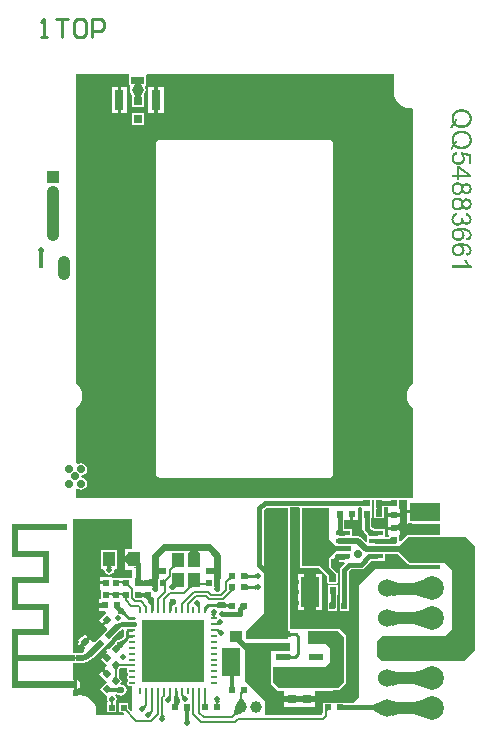
<source format=gtl>
G04*
G04 #@! TF.GenerationSoftware,Altium Limited,Altium Designer,20.0.1 (14)*
G04*
G04 Layer_Physical_Order=1*
G04 Layer_Color=255*
%FSLAX44Y44*%
%MOMM*%
G71*
G01*
G75*
%ADD10C,0.2540*%
%ADD11C,0.2500*%
%ADD20C,0.1800*%
%ADD21R,1.2000X0.5000*%
%ADD22R,0.7620X0.7620*%
%ADD23R,0.7620X0.7620*%
%ADD24R,1.5240X2.5400*%
%ADD25R,2.5400X1.5240*%
%ADD26C,0.3000*%
%ADD27R,0.4500X1.0000*%
%ADD28O,0.2499X0.6000*%
%ADD29O,0.6000X0.2499*%
%ADD30R,5.3000X5.3000*%
%ADD31P,0.7184X4X90.0*%
%ADD32R,0.5080X0.5080*%
%ADD33R,1.0160X1.2700*%
%ADD34R,1.2000X0.4000*%
%ADD35R,1.7500X4.5000*%
%ADD36P,0.7184X4X180.0*%
%ADD37R,0.7000X0.7000*%
%ADD38R,0.8000X1.7000*%
%ADD39R,0.5080X0.5080*%
%ADD40R,1.0000X1.2000*%
%ADD41C,1.0000*%
%ADD67C,0.5000*%
%ADD68C,0.4000*%
%ADD69C,0.3000*%
%ADD70C,1.0000*%
%ADD71C,0.6000*%
%ADD72R,2.8121X0.4723*%
%ADD73R,1.0000X3.6000*%
%ADD74R,0.3700X0.5010*%
%ADD75R,2.2000X0.6500*%
%ADD76R,1.5500X2.4500*%
%ADD77C,0.5000*%
%ADD78R,1.0000X1.0000*%
%ADD79C,2.0000*%
%ADD80C,1.5240*%
%ADD81C,0.6000*%
%ADD82C,0.7000*%
G36*
X117499Y550389D02*
X114499D01*
Y536000D01*
X109501D01*
Y550389D01*
X106501D01*
X106501Y556389D01*
X117499D01*
X117499Y550389D01*
D02*
G37*
G36*
X328813Y543666D02*
X328813Y543666D01*
X328749D01*
X329226Y540045D01*
X330624Y536671D01*
X332847Y533774D01*
X335744Y531551D01*
X339118Y530153D01*
X342739Y529676D01*
X344045Y529848D01*
X345000Y529011D01*
Y296927D01*
X344004Y296162D01*
X341781Y293265D01*
X340383Y289891D01*
X339906Y286270D01*
X340383Y282649D01*
X341781Y279275D01*
X344004Y276378D01*
X345000Y275613D01*
Y200000D01*
X60000D01*
Y207012D01*
X61270Y207690D01*
X62010Y207196D01*
X64000Y206800D01*
X65990Y207196D01*
X67677Y208323D01*
X68804Y210010D01*
X69200Y212000D01*
X68804Y213990D01*
X67677Y215677D01*
X65990Y216804D01*
X64039Y217192D01*
X64200Y218000D01*
X64039Y218808D01*
X65990Y219196D01*
X67677Y220323D01*
X68804Y222010D01*
X69200Y224000D01*
X68804Y225990D01*
X67677Y227677D01*
X65990Y228804D01*
X64000Y229200D01*
X62010Y228804D01*
X61270Y228310D01*
X60000Y228988D01*
Y275613D01*
X60996Y276378D01*
X63219Y279275D01*
X64617Y282649D01*
X65094Y286270D01*
X64617Y289891D01*
X63219Y293265D01*
X60996Y296162D01*
X60000Y296926D01*
Y558344D01*
X104435D01*
X105035Y557074D01*
X104994Y557013D01*
X104870Y556389D01*
X104869Y550389D01*
X104994Y549765D01*
X105347Y549236D01*
X105884Y548688D01*
X105924Y547578D01*
X105570Y546723D01*
X105343Y545000D01*
X105570Y543277D01*
X106235Y541671D01*
X106900Y540805D01*
Y530900D01*
X117100D01*
Y540805D01*
X117765Y541671D01*
X118430Y543277D01*
X118657Y545000D01*
X118430Y546723D01*
X118076Y547578D01*
X118116Y548688D01*
X118653Y549236D01*
X119006Y549765D01*
X119130Y550389D01*
X119130Y556389D01*
X119006Y557013D01*
X118966Y557074D01*
X119565Y558344D01*
X328813D01*
Y543666D01*
D02*
G37*
G36*
X32000Y406500D02*
X29000D01*
X28501Y408499D01*
X32499D01*
X32000Y406500D01*
D02*
G37*
G36*
X32720Y404539D02*
X28280D01*
X29000Y405439D01*
X32000D01*
X32720Y404539D01*
D02*
G37*
G36*
X326893Y193017D02*
X325693Y193464D01*
Y197464D01*
X326893Y198036D01*
Y193017D01*
D02*
G37*
G36*
X303392Y192893D02*
X302192Y193402D01*
Y197402D01*
X303392Y197912D01*
Y192893D01*
D02*
G37*
G36*
X319771Y197464D02*
Y193464D01*
X318571Y192893D01*
X318080Y191693D01*
X314080D01*
X313552Y192893D01*
X318571D01*
Y197912D01*
X319771Y197464D01*
D02*
G37*
G36*
X318608Y189107D02*
X313589D01*
X314080Y190307D01*
X318080D01*
X318608Y189107D01*
D02*
G37*
G36*
X339760Y189802D02*
X355000D01*
Y186802D01*
X339760D01*
Y178142D01*
X368000D01*
Y168631D01*
X341000D01*
X340376Y168507D01*
X339846Y168153D01*
X339846Y168153D01*
X334673Y162980D01*
X333500Y163466D01*
Y167712D01*
X333500Y168042D01*
X334296Y168982D01*
X334440D01*
Y172562D01*
X329360D01*
X324280D01*
Y168982D01*
X324281D01*
X325089Y167988D01*
X325055Y167846D01*
X324277Y166921D01*
X321570D01*
Y173350D01*
X314325D01*
X313970Y173421D01*
X313431D01*
X310881Y174030D01*
X309609Y175302D01*
Y182458D01*
X310078D01*
Y184070D01*
X310079Y184074D01*
X310078Y184078D01*
Y184084D01*
X310079Y184088D01*
X310078Y184093D01*
Y190738D01*
X310078D01*
X310078Y190738D01*
X310042Y191993D01*
Y198000D01*
X311922D01*
Y192897D01*
X311921Y192893D01*
X311922Y192889D01*
Y192860D01*
X311921Y192857D01*
X311922Y192855D01*
Y191993D01*
X311922Y191262D01*
X311922D01*
X311958Y190738D01*
X311958D01*
Y189111D01*
X311957Y189107D01*
X311958Y189104D01*
X311957Y189100D01*
X311958Y189096D01*
Y182458D01*
X320238D01*
Y189103D01*
X320239Y189107D01*
X320238Y189111D01*
Y189140D01*
X320239Y189142D01*
X320238Y189145D01*
Y190738D01*
X320755Y191794D01*
X323943D01*
X324034Y191597D01*
X324322Y190446D01*
X324322D01*
Y186866D01*
X329402D01*
X334482D01*
Y190446D01*
X334339D01*
X333542Y191386D01*
X333542Y191716D01*
Y198000D01*
X339760D01*
Y189802D01*
D02*
G37*
G36*
X307938Y182888D02*
X303938D01*
X303429Y184088D01*
X308448D01*
X307938Y182888D01*
D02*
G37*
G36*
X284938D02*
X280938D01*
X280429Y184088D01*
X285448D01*
X284938Y182888D01*
D02*
G37*
G36*
X301798Y190738D02*
Y184093D01*
X301797Y184088D01*
X301798Y184084D01*
Y184078D01*
X301797Y184074D01*
X301798Y184070D01*
Y182458D01*
X302268D01*
Y173782D01*
X302547Y172377D01*
X303343Y171186D01*
X305821Y168708D01*
X306370Y167440D01*
Y163242D01*
X305197Y162756D01*
X301747Y166206D01*
X300391Y167112D01*
X298791Y167430D01*
X293630D01*
Y173350D01*
X287352D01*
X286609Y173807D01*
Y181191D01*
X286839Y181298D01*
X288018Y181518D01*
Y181518D01*
X291598D01*
Y186598D01*
X294598D01*
Y181518D01*
X298178D01*
X298178Y191678D01*
X299426Y191732D01*
X301132D01*
X301798Y190738D01*
D02*
G37*
G36*
X286938Y171689D02*
X280061Y171719D01*
X280938Y172920D01*
X284938D01*
X286938Y171689D01*
D02*
G37*
G36*
X313657D02*
X308001Y167780D01*
X307152Y169740D01*
X309980Y172568D01*
X313657Y171689D01*
D02*
G37*
G36*
X326850Y161392D02*
X325650Y161250D01*
Y165250D01*
X326850Y166411D01*
Y161392D01*
D02*
G37*
G36*
X398000Y158770D02*
Y71000D01*
X389000Y62000D01*
X319000Y62000D01*
X315000Y66000D01*
X315000Y79000D01*
X319000Y83000D01*
X372000Y83000D01*
X378000Y89000D01*
X378000Y139000D01*
X372000Y145000D01*
X342000D01*
X333000Y154000D01*
X307379Y154000D01*
X307379Y159500D01*
X333500Y159500D01*
X341000Y167000D01*
X389770D01*
X398000Y158770D01*
D02*
G37*
G36*
X164469Y152919D02*
X154530D01*
X156000Y154719D01*
X162000D01*
X164469Y152919D01*
D02*
G37*
G36*
X103981Y143000D02*
X102451Y145500D01*
Y150500D01*
X103981Y153000D01*
Y143000D01*
D02*
G37*
G36*
X144076Y140979D02*
X142421Y140598D01*
X141149Y141870D01*
X141530Y143525D01*
X144076Y140979D01*
D02*
G37*
G36*
X114058Y140480D02*
X110058D01*
X108058Y141680D01*
X114050D01*
X114058Y140480D01*
D02*
G37*
G36*
X130893Y135589D02*
X129393Y135598D01*
Y140598D01*
X130893Y140608D01*
Y135589D01*
D02*
G37*
G36*
X176607Y140562D02*
Y135562D01*
X175107Y135552D01*
Y140571D01*
X176607Y140562D01*
D02*
G37*
G36*
X107250Y182271D02*
X107250Y156890D01*
X101380D01*
Y139110D01*
X107250D01*
X107250Y132220D01*
X105980Y132202D01*
X97708D01*
Y132202D01*
X97542Y132238D01*
X97542Y132238D01*
X96453Y132238D01*
X89928D01*
Y133142D01*
X79768D01*
Y129562D01*
X84848D01*
Y126562D01*
X79768D01*
Y122982D01*
X79911D01*
X80708Y122042D01*
Y113982D01*
X79572D01*
Y103822D01*
X84519D01*
X85005Y102649D01*
X78995Y96639D01*
X81527Y94108D01*
X85119Y97700D01*
X87240Y95579D01*
X83648Y91987D01*
X86146Y89489D01*
X86176Y89459D01*
X86179Y89402D01*
X86158Y88194D01*
X84605Y86641D01*
X84434Y86526D01*
X84319Y86355D01*
X82313Y84349D01*
X81395Y83500D01*
X81395D01*
X81395Y83500D01*
X80066Y82171D01*
X80100Y82136D01*
X77869Y79905D01*
X76981Y79017D01*
X76741Y79258D01*
X76735Y79244D01*
X76736Y78772D01*
X75625Y77661D01*
X74825Y77647D01*
X74268Y77736D01*
X71832Y80171D01*
X68240Y76579D01*
X64648Y72987D01*
X66839Y70796D01*
X66950Y69280D01*
X66864Y69214D01*
X64984Y68436D01*
X64204Y68333D01*
X62968Y68250D01*
Y68250D01*
X57000D01*
Y182271D01*
X107250Y182271D01*
D02*
G37*
G36*
X212652Y131894D02*
X210553Y132431D01*
X210196Y134971D01*
X212353Y135881D01*
X212652Y131894D01*
D02*
G37*
G36*
X205333Y134971D02*
Y132431D01*
X204541Y131161D01*
X204571Y135912D01*
X205333Y134971D01*
D02*
G37*
G36*
X115107Y130571D02*
X110088D01*
X110058Y131771D01*
X114058D01*
X115107Y130571D01*
D02*
G37*
G36*
X191938Y130923D02*
X190283Y130511D01*
X189010Y131784D01*
X189423Y133438D01*
X191938Y130923D01*
D02*
G37*
G36*
X135388Y130442D02*
X135912Y130448D01*
X136294Y130021D01*
X135388Y130442D01*
X132902Y130417D01*
X134557Y130830D01*
X135388Y130442D01*
D02*
G37*
G36*
X274000Y191000D02*
X274000Y165000D01*
X280000Y159000D01*
X293000D01*
X293000Y155000D01*
X280000Y155000D01*
X274000Y149000D01*
X274000Y141000D01*
X280000Y135000D01*
X280000Y129000D01*
X274000D01*
X274000Y134000D01*
X266000Y142000D01*
X251000Y142000D01*
X251000Y191000D01*
X274000Y191000D01*
D02*
G37*
G36*
X99338Y126530D02*
X98798Y127430D01*
Y129230D01*
X99338Y130130D01*
Y126530D01*
D02*
G37*
G36*
X96452Y129230D02*
Y127430D01*
X95912Y126530D01*
Y130130D01*
X96452Y129230D01*
D02*
G37*
G36*
X118588Y125552D02*
X117388Y126062D01*
Y130062D01*
X118588Y130571D01*
Y125552D01*
D02*
G37*
G36*
X116307Y130062D02*
Y126062D01*
X115107Y125552D01*
Y130571D01*
X116307Y130062D01*
D02*
G37*
G36*
X170088Y125551D02*
X169548Y126451D01*
Y128251D01*
X170088Y129151D01*
Y125551D01*
D02*
G37*
G36*
X165009Y128251D02*
Y126451D01*
X164439Y125551D01*
Y129151D01*
X165009Y128251D01*
D02*
G37*
G36*
X104739Y126443D02*
X103466Y125170D01*
X101812Y125583D01*
X104327Y128098D01*
X104739Y126443D01*
D02*
G37*
G36*
X135912Y125429D02*
X135900Y124889D01*
X134100D01*
X133200Y125459D01*
X135912Y125429D01*
D02*
G37*
G36*
X181000Y124764D02*
X177000D01*
X176877Y130880D01*
X181123D01*
X181000Y124764D01*
D02*
G37*
G36*
X129000Y128062D02*
X125000Y124062D01*
X121098Y126062D01*
Y130062D01*
X125000Y132062D01*
X129000Y128062D01*
D02*
G37*
G36*
X156870Y123598D02*
X154325D01*
X154530Y123980D01*
X158525Y124010D01*
X156870Y123598D01*
D02*
G37*
G36*
X141530Y125246D02*
X143010Y123131D01*
X141530Y123980D01*
Y125246D01*
X140682Y126459D01*
X141530Y130136D01*
Y125246D01*
D02*
G37*
G36*
X212400Y122079D02*
X210240Y122931D01*
X210479Y125471D01*
X212601Y126072D01*
X212400Y122079D01*
D02*
G37*
G36*
X205333Y125471D02*
Y122931D01*
X204571Y121893D01*
X204541Y126741D01*
X205333Y125471D01*
D02*
G37*
G36*
X191897Y120875D02*
X189988Y121511D01*
X189392Y121893D01*
X194188Y121923D01*
X191897Y120875D01*
D02*
G37*
G36*
X333530Y128000D02*
X333095Y118000D01*
X327450Y117064D01*
X327700Y129248D01*
X333530Y128000D01*
D02*
G37*
G36*
X99338Y116352D02*
X98798Y117252D01*
Y119052D01*
X99338Y119952D01*
Y116352D01*
D02*
G37*
G36*
X96452Y119052D02*
Y117252D01*
X95912Y116352D01*
Y119952D01*
X96452Y119052D01*
D02*
G37*
G36*
X90923Y116352D02*
X90353Y117252D01*
Y119052D01*
X90923Y119952D01*
Y116352D01*
D02*
G37*
G36*
X87897Y119052D02*
Y117252D01*
X87327Y116352D01*
Y119952D01*
X87897Y119052D01*
D02*
G37*
G36*
X116007Y119371D02*
Y116371D01*
X115107Y115392D01*
Y120411D01*
X116007Y119371D01*
D02*
G37*
G36*
X355121Y115161D02*
X346489Y118000D01*
X346200Y128000D01*
X354871Y131151D01*
X355121Y115161D01*
D02*
G37*
G36*
X102748Y114852D02*
X100948D01*
X100048Y115423D01*
X103648D01*
X102748Y114852D01*
D02*
G37*
G36*
X118588Y115392D02*
X121088D01*
X122158Y116463D01*
X123751Y115990D01*
X123154Y115392D01*
X123607D01*
X123865Y114756D01*
X121844Y114082D01*
X120511Y112748D01*
X120085Y114180D01*
X118588Y115392D01*
X117688Y116371D01*
Y119371D01*
X118588Y120411D01*
Y115392D01*
D02*
G37*
G36*
X289571Y110912D02*
X284552D01*
X285062Y112112D01*
X289062D01*
X289571Y110912D01*
D02*
G37*
G36*
X142353Y109021D02*
X140148Y108352D01*
X138352Y110148D01*
X139021Y112353D01*
X142353Y109021D01*
D02*
G37*
G36*
X125500Y108964D02*
X123000Y108242D01*
X121415Y110843D01*
X126152Y111598D01*
X125500Y108964D01*
D02*
G37*
G36*
X164886Y108636D02*
X163614Y107364D01*
X161553Y108357D01*
X164757Y110673D01*
X164886Y108636D01*
D02*
G37*
G36*
X187518Y110270D02*
Y107730D01*
X184802Y106601D01*
Y111399D01*
X187518Y110270D01*
D02*
G37*
G36*
X181199Y106601D02*
X178482Y107730D01*
Y110270D01*
X181199Y111399D01*
Y106601D01*
D02*
G37*
G36*
X189459Y106460D02*
X188667Y107730D01*
Y110270D01*
X189429Y111107D01*
X189459Y106460D01*
D02*
G37*
G36*
X82142Y106393D02*
X80942Y106902D01*
Y110902D01*
X82142Y111412D01*
Y106393D01*
D02*
G37*
G36*
X204608Y106088D02*
X201569Y105240D01*
X198740Y108068D01*
X199589Y111107D01*
X204608Y106088D01*
D02*
G37*
G36*
X171033Y106736D02*
X170463Y104401D01*
X169251Y107993D01*
X169771Y109066D01*
X171033Y106736D01*
D02*
G37*
G36*
X97696Y107491D02*
X96950Y106393D01*
X97321D01*
X97333Y105863D01*
X96372Y105542D01*
X95062Y103613D01*
X94168Y105284D01*
X92302Y106393D01*
X94588D01*
X95696Y107500D01*
X97696Y107491D01*
D02*
G37*
G36*
X102013Y102183D02*
X100245Y100415D01*
X97506Y101530D01*
X100898Y104922D01*
X102013Y102183D01*
D02*
G37*
G36*
X177529Y99692D02*
X178294Y99154D01*
X174700Y99213D01*
X175467Y99699D01*
X174501Y101749D01*
X178499D01*
X177529Y99692D01*
D02*
G37*
G36*
X182209Y92509D02*
X180636Y92364D01*
X179364Y93636D01*
X179509Y95209D01*
X182209Y92509D01*
D02*
G37*
G36*
X333322Y102850D02*
Y92850D01*
X327576Y91757D01*
Y103943D01*
X333322Y102850D01*
D02*
G37*
G36*
X354995Y89854D02*
X346340Y92850D01*
Y102850D01*
X354995Y105846D01*
Y89854D01*
D02*
G37*
G36*
X97793Y90195D02*
X96913Y89455D01*
X93364Y93004D01*
X94854Y93173D01*
X97793Y90195D01*
D02*
G37*
G36*
X93364Y85906D02*
X92296Y84852D01*
X88761Y88388D01*
X89815Y89455D01*
X93364Y85906D01*
D02*
G37*
G36*
X183271Y87556D02*
X180444Y84729D01*
X179573Y87155D01*
X180846Y88427D01*
X183271Y87556D01*
D02*
G37*
G36*
X92037Y84593D02*
X90939Y83570D01*
X87389Y87120D01*
X88502Y88129D01*
X92037Y84593D01*
D02*
G37*
G36*
X241719Y85500D02*
Y83000D01*
X240970Y81781D01*
Y86720D01*
X241719Y85500D01*
D02*
G37*
G36*
X239000Y80000D02*
X203750Y80000D01*
X203750Y86750D01*
X219000Y102000D01*
X219000Y189000D01*
X221000Y191000D01*
X239000Y191000D01*
Y80000D01*
D02*
G37*
G36*
X94777Y74900D02*
X94915Y74870D01*
X96711Y73074D01*
X96728Y73001D01*
X97462Y72286D01*
X96945Y72064D01*
X97049Y71616D01*
X96706Y71962D01*
X94770Y71134D01*
X92932Y72888D01*
X93753Y74952D01*
X93545Y75163D01*
X93814Y75105D01*
X94024Y75633D01*
X94777Y74900D01*
D02*
G37*
G36*
X101093Y77547D02*
X99970Y74828D01*
X96578Y78220D01*
X99297Y79343D01*
X101093Y77547D01*
D02*
G37*
G36*
X80205Y72837D02*
X79183Y71739D01*
X75647Y75274D01*
X76656Y76386D01*
X80205Y72837D01*
D02*
G37*
G36*
X52000Y172500D02*
X10268D01*
Y155000D01*
X37268D01*
Y127500D01*
X10268D01*
Y110000D01*
X37268D01*
Y83510D01*
X10268D01*
Y66510D01*
X59268D01*
Y61510D01*
X10268D01*
Y44777D01*
X57768D01*
Y45894D01*
X57000Y46399D01*
Y59838D01*
X62840Y59855D01*
X62968Y59830D01*
Y59832D01*
X66115Y60142D01*
X69140Y61060D01*
X71929Y62551D01*
X74353Y64540D01*
X74375Y64555D01*
X82023Y72202D01*
X82910Y73089D01*
X82910Y73089D01*
X82915Y73084D01*
X82924Y73097D01*
X83717Y74043D01*
X86060Y76386D01*
X86060Y76386D01*
X86060Y76386D01*
X86060Y76455D01*
X86471Y76866D01*
X87389Y77716D01*
X87390D01*
X87389Y77716D01*
X90050Y80376D01*
X90492Y80671D01*
X96570Y86749D01*
X96570Y86749D01*
X96685Y86921D01*
X98008Y88245D01*
X98415Y88587D01*
X99336Y88968D01*
X99962Y88415D01*
X100249Y87883D01*
X100074Y87000D01*
Y82462D01*
X98313Y80702D01*
X95975Y79736D01*
X95205Y79583D01*
X93684Y78566D01*
X92667Y77045D01*
X92554Y76478D01*
X92402Y76325D01*
X92398Y76323D01*
X92396Y76320D01*
X87690Y71614D01*
X86462Y71512D01*
X86361Y71614D01*
X83829Y69082D01*
X87421Y65490D01*
X85300Y63369D01*
X81708Y66961D01*
X79176Y64429D01*
X85619Y57986D01*
X85836Y57770D01*
X85534Y57468D01*
X83683Y55617D01*
X87275Y52025D01*
X85154Y49904D01*
X81562Y53496D01*
X79030Y50964D01*
X85466Y44529D01*
X86132Y43675D01*
X85466Y42820D01*
X80360Y37715D01*
X85058Y33016D01*
X85061Y33012D01*
X85065Y33009D01*
X86215Y31860D01*
X86167Y31643D01*
X86138Y31600D01*
X85820Y30000D01*
X86138Y28400D01*
X86503Y27854D01*
X86509Y27829D01*
X86629Y27570D01*
X85945Y26500D01*
X85798D01*
Y18220D01*
X94078D01*
Y26500D01*
X94037D01*
X93361Y27575D01*
X93458Y27777D01*
X93465Y27807D01*
X93862Y28400D01*
X94180Y30000D01*
X93862Y31600D01*
X93219Y32562D01*
X94038Y33623D01*
X95567Y33094D01*
X96205Y32667D01*
X98000Y32310D01*
X99795Y32667D01*
X101316Y33684D01*
X102333Y35205D01*
X102690Y37000D01*
X102333Y38795D01*
X101316Y40316D01*
X99795Y41333D01*
X98000Y41690D01*
X97802Y41651D01*
X97176Y42821D01*
X99140Y44785D01*
X96296Y47630D01*
X95835Y48398D01*
Y54407D01*
X96248Y55068D01*
X96906Y55479D01*
X102674Y55466D01*
X103352Y54195D01*
X103192Y53955D01*
X103002Y52999D01*
X103192Y52044D01*
X103734Y51233D01*
Y49767D01*
X103192Y48956D01*
X103002Y48001D01*
X103192Y47045D01*
X103734Y46235D01*
Y44766D01*
X103192Y43955D01*
X103002Y42999D01*
X103192Y42044D01*
X103734Y41233D01*
X104544Y40692D01*
X105500Y40502D01*
X107250D01*
X107250Y19710D01*
X106077Y19224D01*
X104238Y21062D01*
Y26500D01*
X95958D01*
Y18220D01*
X99111D01*
X100081Y17996D01*
X100802Y17117D01*
X100323Y16000D01*
X76724Y16000D01*
Y18874D01*
X76787D01*
X76311Y22495D01*
X74913Y25869D01*
X72690Y28766D01*
X69792Y30989D01*
X66418Y32387D01*
X62797Y32864D01*
X59177Y32387D01*
X58056Y31923D01*
X57000Y32628D01*
Y36890D01*
X57768Y37394D01*
Y38511D01*
X10268D01*
Y38510D01*
X5268D01*
Y88510D01*
X32268D01*
Y105000D01*
X5268D01*
Y132500D01*
X32268D01*
Y150000D01*
X5268D01*
Y177500D01*
X52000D01*
Y172500D01*
D02*
G37*
G36*
X78967Y71523D02*
X77913Y70455D01*
X74364Y74004D01*
X75431Y75058D01*
X78967Y71523D01*
D02*
G37*
G36*
X74364Y66906D02*
X73296Y65852D01*
X69761Y69388D01*
X70815Y70455D01*
X74364Y66906D01*
D02*
G37*
G36*
X241719Y66500D02*
Y64000D01*
X240970Y62780D01*
Y67719D01*
X241719Y66500D01*
D02*
G37*
G36*
X287000Y82250D02*
X287000Y44000D01*
X281500Y38500D01*
X231730D01*
X227000Y43230D01*
Y57000D01*
X271000Y57000D01*
X275000Y61000D01*
X275000Y72500D01*
X271500Y76000D01*
X256000Y76000D01*
Y87500D01*
X281750D01*
X287000Y82250D01*
D02*
G37*
G36*
X96475Y58935D02*
Y58932D01*
X96480Y58929D01*
X96475Y58027D01*
Y57136D01*
X96469Y57132D01*
X96469Y57129D01*
X95064Y56253D01*
X94185Y54847D01*
X92386D01*
X91486Y56287D01*
X95031D01*
X95035Y58032D01*
Y59836D01*
X96475Y58935D01*
D02*
G37*
G36*
X192470Y51970D02*
X198151D01*
X193455Y51333D01*
X192470Y51970D01*
X190592D01*
X190878Y52999D01*
X192470Y51970D01*
D02*
G37*
G36*
X95064Y46513D02*
X91507D01*
X92386Y47975D01*
X94185D01*
X95064Y46513D01*
D02*
G37*
G36*
X333322Y52050D02*
Y42050D01*
X327576Y40957D01*
Y53143D01*
X333322Y52050D01*
D02*
G37*
G36*
X194448Y39607D02*
X189429D01*
X190438Y40507D01*
X193438D01*
X194448Y39607D01*
D02*
G37*
G36*
X354995Y39054D02*
X346340Y42050D01*
Y52050D01*
X354995Y55046D01*
Y39054D01*
D02*
G37*
G36*
X96199Y34601D02*
X93602Y35500D01*
Y38500D01*
X96199Y39399D01*
Y34601D01*
D02*
G37*
G36*
X89763Y37715D02*
X89268Y37219D01*
X88449Y35500D01*
X86215Y34165D01*
X89268Y37219D01*
X89878Y38500D01*
X89763Y37715D01*
D02*
G37*
G36*
X200650Y34048D02*
X198850D01*
X199589Y34588D01*
X201550D01*
X200650Y34048D01*
D02*
G37*
G36*
X140150Y32665D02*
X140376Y29779D01*
X136595Y31068D01*
X138350Y32975D01*
X140150Y32665D01*
D02*
G37*
G36*
X147213Y30268D02*
X142525Y29256D01*
X142980Y31761D01*
X145520Y32788D01*
X147213Y30268D01*
D02*
G37*
G36*
X152961Y31707D02*
X150012Y29008D01*
X149236Y31491D01*
X150605Y32667D01*
X152961Y31707D01*
D02*
G37*
G36*
X91987Y28483D02*
X90869Y26156D01*
X89069Y26180D01*
X87989Y28514D01*
X91987Y28483D01*
D02*
G37*
G36*
X180462Y25918D02*
X178662D01*
X177563Y28249D01*
X181561D01*
X180462Y25918D01*
D02*
G37*
G36*
X203748Y25503D02*
X195752D01*
X198850Y30418D01*
X200650D01*
X203748Y25503D01*
D02*
G37*
G36*
X181362Y24912D02*
X177762D01*
X178662Y25452D01*
X180462D01*
X181362Y24912D01*
D02*
G37*
G36*
X171050D02*
X167450D01*
X168350Y25452D01*
X170150D01*
X171050Y24912D01*
D02*
G37*
G36*
X91769Y24839D02*
X88169D01*
X89069Y25409D01*
X90869D01*
X91769Y24839D01*
D02*
G37*
G36*
X147165Y25691D02*
X145426Y23205D01*
X142886Y24353D01*
X142798Y24912D01*
X141616D01*
X142696Y25560D01*
X142500Y26802D01*
X147165Y25691D01*
D02*
G37*
G36*
X249369Y191000D02*
X249369Y142000D01*
X249493Y141376D01*
X249846Y140846D01*
X250376Y140493D01*
X251000Y140369D01*
X265324Y140369D01*
X272369Y133324D01*
X272369Y129000D01*
X272493Y128376D01*
X272846Y127846D01*
X273376Y127493D01*
X274000Y127369D01*
X280000D01*
X280624Y127493D01*
X281154Y127846D01*
X281507Y128376D01*
X281631Y129000D01*
X281631Y135000D01*
X281631Y135000D01*
X281507Y135624D01*
X281208Y136071D01*
Y136238D01*
X281069D01*
X275631Y141676D01*
X275631Y148035D01*
X276220Y148498D01*
X277490Y147906D01*
Y146784D01*
X278000Y148220D01*
X281252D01*
X279212Y150260D01*
X280061Y152219D01*
X291999Y148280D01*
X282273Y147452D01*
X282713Y146211D01*
X277490D01*
Y145710D01*
X286723D01*
X287249Y144440D01*
X284466Y141657D01*
X283671Y140466D01*
X283391Y139062D01*
Y112542D01*
X282922D01*
Y110930D01*
X282921Y110926D01*
X282922Y110922D01*
Y110916D01*
X282921Y110912D01*
X282922Y110908D01*
Y104262D01*
X291202D01*
Y110908D01*
X291203Y110912D01*
X291202Y110916D01*
Y110922D01*
X291203Y110926D01*
X291202Y110930D01*
Y112542D01*
X290732D01*
Y137541D01*
X292520Y139330D01*
X301000D01*
X302405Y139609D01*
X303595Y140405D01*
X309770Y146580D01*
X313970D01*
X314325Y146650D01*
X321570D01*
Y152369D01*
X332324Y152369D01*
X340846Y143847D01*
X340846Y143846D01*
X341376Y143493D01*
X342000Y143369D01*
X342000Y143369D01*
X368000D01*
Y140000D01*
X313000Y140000D01*
X299000Y126000D01*
X299000Y103500D01*
X299000D01*
X299000Y31250D01*
X294292Y26542D01*
X285576D01*
X285571Y26543D01*
X285567Y26542D01*
X268762D01*
Y19879D01*
X268761Y19875D01*
X268762Y19871D01*
Y18262D01*
X268762Y18262D01*
X268762D01*
X268424Y17132D01*
X267632Y16328D01*
X220651Y15997D01*
X219750Y16891D01*
X219750Y28000D01*
X203000Y44750D01*
X203000Y70750D01*
X195500Y78250D01*
X190000Y78250D01*
X190000Y87500D01*
X200000D01*
X200000Y80750D01*
X203750Y77000D01*
X225000Y77000D01*
X225000Y42500D01*
X230750Y36750D01*
X235945Y36750D01*
X236171Y35480D01*
Y30723D01*
X242521D01*
Y27723D01*
X236171D01*
Y22873D01*
X248162D01*
X248871Y22873D01*
X250130Y22899D01*
X262121D01*
Y27749D01*
X255771D01*
Y30749D01*
X262121D01*
Y35480D01*
X262121Y35599D01*
X262409Y36750D01*
X277500Y36750D01*
Y36869D01*
X281500D01*
X282124Y36993D01*
X282654Y37346D01*
X282654Y37346D01*
X288153Y42846D01*
X288507Y43376D01*
X288631Y44000D01*
X288631Y44000D01*
X288631Y82250D01*
X288507Y82874D01*
X288154Y83404D01*
X288153Y83404D01*
X282903Y88653D01*
X282903Y88653D01*
X282374Y89007D01*
X281750Y89131D01*
X281750Y89131D01*
X256000D01*
X255376Y89007D01*
X255365Y89000D01*
X241000Y89000D01*
X241000Y191732D01*
X248219D01*
X249369Y191000D01*
D02*
G37*
G36*
X119346Y23073D02*
X118475Y20648D01*
X115648Y23475D01*
X118074Y24346D01*
X119346Y23073D01*
D02*
G37*
G36*
X286771Y24650D02*
Y20650D01*
X285571Y19893D01*
Y24912D01*
X286771Y24650D01*
D02*
G37*
G36*
X102608Y19850D02*
X102476D01*
X100955Y19468D01*
X99300Y19850D01*
X102476D01*
X102990Y19979D01*
X102608Y19850D01*
D02*
G37*
G36*
X272302Y19353D02*
X270502D01*
X270392Y19893D01*
X273202Y19923D01*
X272302Y19353D01*
D02*
G37*
G36*
X155500Y18993D02*
X152500D01*
X151552Y19893D01*
X156571D01*
X155500Y18993D01*
D02*
G37*
G36*
X200563Y17567D02*
X194937Y16165D01*
X193619Y17392D01*
X194785Y23094D01*
X200563Y17567D01*
D02*
G37*
G36*
X317938Y15954D02*
X310874Y20650D01*
X311423Y24650D01*
X318940Y28098D01*
X317938Y15954D01*
D02*
G37*
G36*
X124346Y18074D02*
X123475Y15648D01*
X120648Y18475D01*
X123073Y19346D01*
X124346Y18074D01*
D02*
G37*
G36*
X333322Y26650D02*
Y16650D01*
X327576Y15557D01*
Y27743D01*
X333322Y26650D01*
D02*
G37*
G36*
X133900Y16332D02*
X134999Y14001D01*
X131001Y14001D01*
X132100Y16332D01*
X133900Y16332D01*
D02*
G37*
G36*
X354995Y13654D02*
X346340Y16650D01*
Y26650D01*
X354995Y29646D01*
Y13654D01*
D02*
G37*
G36*
X155999Y10501D02*
X152001D01*
X152500Y12500D01*
X155500D01*
X155999Y10501D01*
D02*
G37*
G36*
X386554Y528988D02*
X386734D01*
X386939Y528964D01*
X387191Y528952D01*
X387479Y528916D01*
X387792Y528880D01*
X388128Y528820D01*
X388488Y528760D01*
X388849Y528676D01*
X389233Y528579D01*
X389618Y528459D01*
X390014Y528327D01*
X390399Y528183D01*
X390783Y528003D01*
X390807Y527991D01*
X390867Y527955D01*
X390975Y527895D01*
X391119Y527823D01*
X391288Y527715D01*
X391480Y527594D01*
X391696Y527438D01*
X391925Y527270D01*
X392165Y527078D01*
X392417Y526874D01*
X392681Y526645D01*
X392934Y526381D01*
X393186Y526117D01*
X393426Y525816D01*
X393655Y525504D01*
X393859Y525168D01*
X393871Y525144D01*
X393907Y525083D01*
X393955Y524987D01*
X394027Y524843D01*
X394099Y524663D01*
X394195Y524459D01*
X394291Y524230D01*
X394387Y523954D01*
X394483Y523666D01*
X394580Y523353D01*
X394676Y523005D01*
X394748Y522645D01*
X394820Y522272D01*
X394868Y521876D01*
X394904Y521467D01*
X394916Y521047D01*
Y520938D01*
X394904Y520818D01*
Y520662D01*
X394880Y520458D01*
X394856Y520218D01*
X394820Y519953D01*
X394784Y519665D01*
X394724Y519353D01*
X394652Y519016D01*
X394556Y518668D01*
X394459Y518319D01*
X394327Y517959D01*
X394183Y517598D01*
X394015Y517238D01*
X393823Y516890D01*
X393811Y516866D01*
X393775Y516806D01*
X393715Y516710D01*
X393619Y516589D01*
X393510Y516433D01*
X393378Y516253D01*
X393210Y516061D01*
X393030Y515844D01*
X392826Y515616D01*
X392597Y515388D01*
X392345Y515148D01*
X392069Y514919D01*
X391768Y514691D01*
X391456Y514463D01*
X391119Y514259D01*
X390759Y514066D01*
X390735Y514054D01*
X390675Y514018D01*
X390567Y513970D01*
X390411Y513910D01*
X390230Y513838D01*
X390002Y513754D01*
X389750Y513670D01*
X389462Y513574D01*
X389149Y513490D01*
X388813Y513406D01*
X388440Y513321D01*
X388056Y513249D01*
X387647Y513177D01*
X387227Y513129D01*
X386782Y513105D01*
X386326Y513093D01*
X386302D01*
X386230D01*
X386122D01*
X385977Y513105D01*
X385797Y513117D01*
X385593Y513129D01*
X385353Y513141D01*
X385088Y513165D01*
X384812Y513201D01*
X384524Y513249D01*
X384211Y513297D01*
X383899Y513358D01*
X383575Y513430D01*
X383262Y513514D01*
X382938Y513610D01*
X382626Y513718D01*
X382601Y513730D01*
X382553Y513742D01*
X382469Y513778D01*
X382349Y513838D01*
X382205Y513898D01*
X382049Y513982D01*
X381857Y514078D01*
X381664Y514187D01*
X381448Y514319D01*
X381220Y514451D01*
X380979Y514607D01*
X380739Y514775D01*
X380499Y514955D01*
X380259Y515160D01*
X380018Y515376D01*
X379790Y515604D01*
X379778Y515592D01*
X379742Y515532D01*
X379694Y515460D01*
X379622Y515340D01*
X379526Y515208D01*
X379430Y515051D01*
X379322Y514871D01*
X379201Y514679D01*
X379081Y514463D01*
X378949Y514247D01*
X378685Y513766D01*
X378445Y513273D01*
X378336Y513021D01*
X378240Y512781D01*
X376715Y513430D01*
X376726Y513454D01*
X376750Y513514D01*
X376787Y513610D01*
X376835Y513742D01*
X376907Y513898D01*
X376991Y514090D01*
X377099Y514307D01*
X377207Y514547D01*
X377351Y514811D01*
X377495Y515088D01*
X377664Y515388D01*
X377844Y515688D01*
X378048Y516013D01*
X378264Y516337D01*
X378493Y516661D01*
X378745Y516998D01*
X378733Y517022D01*
X378697Y517082D01*
X378649Y517178D01*
X378589Y517322D01*
X378505Y517490D01*
X378420Y517707D01*
X378324Y517935D01*
X378240Y518199D01*
X378144Y518488D01*
X378048Y518812D01*
X377964Y519148D01*
X377880Y519497D01*
X377820Y519881D01*
X377772Y520266D01*
X377736Y520662D01*
X377724Y521083D01*
Y521179D01*
X377736Y521299D01*
Y521467D01*
X377760Y521659D01*
X377784Y521900D01*
X377820Y522152D01*
X377856Y522440D01*
X377916Y522753D01*
X377988Y523077D01*
X378072Y523413D01*
X378180Y523762D01*
X378300Y524122D01*
X378445Y524471D01*
X378613Y524831D01*
X378805Y525179D01*
X378817Y525204D01*
X378853Y525264D01*
X378925Y525360D01*
X379009Y525480D01*
X379117Y525636D01*
X379249Y525816D01*
X379418Y526008D01*
X379598Y526225D01*
X379802Y526453D01*
X380030Y526681D01*
X380283Y526909D01*
X380559Y527150D01*
X380859Y527378D01*
X381172Y527606D01*
X381508Y527823D01*
X381869Y528015D01*
X381893Y528027D01*
X381953Y528051D01*
X382073Y528111D01*
X382217Y528171D01*
X382397Y528243D01*
X382626Y528327D01*
X382878Y528411D01*
X383166Y528507D01*
X383479Y528604D01*
X383815Y528688D01*
X384187Y528772D01*
X384572Y528844D01*
X384980Y528904D01*
X385413Y528952D01*
X385857Y528988D01*
X386314Y529000D01*
X386326D01*
X386338D01*
X386374D01*
X386422D01*
X386482D01*
X386554Y528988D01*
D02*
G37*
G36*
Y510919D02*
X386734D01*
X386939Y510895D01*
X387191Y510883D01*
X387479Y510847D01*
X387792Y510811D01*
X388128Y510750D01*
X388488Y510690D01*
X388849Y510606D01*
X389233Y510510D01*
X389618Y510390D01*
X390014Y510258D01*
X390399Y510114D01*
X390783Y509934D01*
X390807Y509921D01*
X390867Y509885D01*
X390975Y509825D01*
X391119Y509753D01*
X391288Y509645D01*
X391480Y509525D01*
X391696Y509369D01*
X391925Y509201D01*
X392165Y509008D01*
X392417Y508804D01*
X392681Y508576D01*
X392934Y508312D01*
X393186Y508047D01*
X393426Y507747D01*
X393655Y507435D01*
X393859Y507098D01*
X393871Y507074D01*
X393907Y507014D01*
X393955Y506918D01*
X394027Y506774D01*
X394099Y506594D01*
X394195Y506389D01*
X394291Y506161D01*
X394387Y505885D01*
X394483Y505596D01*
X394580Y505284D01*
X394676Y504936D01*
X394748Y504575D01*
X394820Y504203D01*
X394868Y503806D01*
X394904Y503398D01*
X394916Y502977D01*
Y502869D01*
X394904Y502749D01*
Y502593D01*
X394880Y502389D01*
X394856Y502148D01*
X394820Y501884D01*
X394784Y501596D01*
X394724Y501283D01*
X394652Y500947D01*
X394556Y500598D01*
X394459Y500250D01*
X394327Y499890D01*
X394183Y499529D01*
X394015Y499169D01*
X393823Y498820D01*
X393811Y498796D01*
X393775Y498736D01*
X393715Y498640D01*
X393619Y498520D01*
X393510Y498364D01*
X393378Y498184D01*
X393210Y497991D01*
X393030Y497775D01*
X392826Y497547D01*
X392597Y497319D01*
X392345Y497078D01*
X392069Y496850D01*
X391768Y496622D01*
X391456Y496394D01*
X391119Y496189D01*
X390759Y495997D01*
X390735Y495985D01*
X390675Y495949D01*
X390567Y495901D01*
X390411Y495841D01*
X390230Y495769D01*
X390002Y495685D01*
X389750Y495601D01*
X389462Y495504D01*
X389149Y495420D01*
X388813Y495336D01*
X388440Y495252D01*
X388056Y495180D01*
X387647Y495108D01*
X387227Y495060D01*
X386782Y495036D01*
X386326Y495024D01*
X386302D01*
X386230D01*
X386122D01*
X385977Y495036D01*
X385797Y495048D01*
X385593Y495060D01*
X385353Y495072D01*
X385088Y495096D01*
X384812Y495132D01*
X384524Y495180D01*
X384211Y495228D01*
X383899Y495288D01*
X383575Y495360D01*
X383262Y495444D01*
X382938Y495541D01*
X382626Y495649D01*
X382601Y495661D01*
X382553Y495673D01*
X382469Y495709D01*
X382349Y495769D01*
X382205Y495829D01*
X382049Y495913D01*
X381857Y496009D01*
X381664Y496117D01*
X381448Y496249D01*
X381220Y496381D01*
X380979Y496538D01*
X380739Y496706D01*
X380499Y496886D01*
X380259Y497090D01*
X380018Y497307D01*
X379790Y497535D01*
X379778Y497523D01*
X379742Y497463D01*
X379694Y497391D01*
X379622Y497271D01*
X379526Y497138D01*
X379430Y496982D01*
X379322Y496802D01*
X379201Y496610D01*
X379081Y496394D01*
X378949Y496177D01*
X378685Y495697D01*
X378445Y495204D01*
X378336Y494952D01*
X378240Y494711D01*
X376715Y495360D01*
X376726Y495384D01*
X376750Y495444D01*
X376787Y495541D01*
X376835Y495673D01*
X376907Y495829D01*
X376991Y496021D01*
X377099Y496237D01*
X377207Y496478D01*
X377351Y496742D01*
X377495Y497018D01*
X377664Y497319D01*
X377844Y497619D01*
X378048Y497943D01*
X378264Y498268D01*
X378493Y498592D01*
X378745Y498928D01*
X378733Y498952D01*
X378697Y499013D01*
X378649Y499109D01*
X378589Y499253D01*
X378505Y499421D01*
X378420Y499637D01*
X378324Y499866D01*
X378240Y500130D01*
X378144Y500418D01*
X378048Y500743D01*
X377964Y501079D01*
X377880Y501427D01*
X377820Y501812D01*
X377772Y502196D01*
X377736Y502593D01*
X377724Y503013D01*
Y503109D01*
X377736Y503229D01*
Y503398D01*
X377760Y503590D01*
X377784Y503830D01*
X377820Y504083D01*
X377856Y504371D01*
X377916Y504683D01*
X377988Y505008D01*
X378072Y505344D01*
X378180Y505692D01*
X378300Y506053D01*
X378445Y506401D01*
X378613Y506762D01*
X378805Y507110D01*
X378817Y507134D01*
X378853Y507194D01*
X378925Y507290D01*
X379009Y507411D01*
X379117Y507567D01*
X379249Y507747D01*
X379418Y507939D01*
X379598Y508155D01*
X379802Y508384D01*
X380030Y508612D01*
X380283Y508840D01*
X380559Y509081D01*
X380859Y509309D01*
X381172Y509537D01*
X381508Y509753D01*
X381869Y509945D01*
X381893Y509958D01*
X381953Y509981D01*
X382073Y510042D01*
X382217Y510102D01*
X382397Y510174D01*
X382626Y510258D01*
X382878Y510342D01*
X383166Y510438D01*
X383479Y510534D01*
X383815Y510618D01*
X384187Y510702D01*
X384572Y510774D01*
X384980Y510835D01*
X385413Y510883D01*
X385857Y510919D01*
X386314Y510931D01*
X386326D01*
X386338D01*
X386374D01*
X386422D01*
X386482D01*
X386554Y510919D01*
D02*
G37*
G36*
X382541Y490759D02*
X382529D01*
X382469Y490747D01*
X382397Y490735D01*
X382289Y490711D01*
X382157Y490675D01*
X382001Y490639D01*
X381833Y490591D01*
X381652Y490531D01*
X381280Y490386D01*
X381076Y490302D01*
X380883Y490206D01*
X380691Y490086D01*
X380511Y489966D01*
X380343Y489822D01*
X380187Y489665D01*
X380175Y489654D01*
X380150Y489630D01*
X380115Y489581D01*
X380066Y489509D01*
X380006Y489425D01*
X379934Y489317D01*
X379874Y489209D01*
X379802Y489077D01*
X379718Y488933D01*
X379658Y488764D01*
X379586Y488596D01*
X379526Y488404D01*
X379478Y488212D01*
X379442Y488008D01*
X379418Y487791D01*
X379406Y487563D01*
Y487491D01*
X379418Y487419D01*
Y487311D01*
X379442Y487191D01*
X379466Y487034D01*
X379502Y486866D01*
X379550Y486686D01*
X379598Y486494D01*
X379670Y486289D01*
X379766Y486085D01*
X379874Y485869D01*
X379994Y485665D01*
X380150Y485448D01*
X380319Y485244D01*
X380511Y485052D01*
X380523Y485040D01*
X380559Y485004D01*
X380631Y484956D01*
X380715Y484896D01*
X380823Y484812D01*
X380956Y484728D01*
X381112Y484632D01*
X381292Y484535D01*
X381496Y484451D01*
X381712Y484355D01*
X381953Y484271D01*
X382217Y484187D01*
X382505Y484127D01*
X382806Y484079D01*
X383118Y484043D01*
X383455Y484031D01*
X383479D01*
X383526D01*
X383623Y484043D01*
X383743D01*
X383887Y484055D01*
X384067Y484079D01*
X384247Y484115D01*
X384464Y484151D01*
X384680Y484211D01*
X384896Y484271D01*
X385124Y484355D01*
X385365Y484451D01*
X385593Y484560D01*
X385809Y484692D01*
X386026Y484848D01*
X386218Y485016D01*
X386230Y485028D01*
X386266Y485064D01*
X386314Y485112D01*
X386374Y485196D01*
X386458Y485292D01*
X386542Y485412D01*
X386626Y485545D01*
X386722Y485701D01*
X386818Y485881D01*
X386903Y486073D01*
X386999Y486278D01*
X387071Y486506D01*
X387131Y486758D01*
X387179Y487022D01*
X387215Y487299D01*
X387227Y487587D01*
Y487683D01*
X387215Y487755D01*
Y487839D01*
X387203Y487948D01*
X387191Y488056D01*
X387167Y488188D01*
X387119Y488464D01*
X387035Y488764D01*
X386927Y489077D01*
X386770Y489377D01*
Y489389D01*
X386746Y489413D01*
X386722Y489449D01*
X386686Y489509D01*
X386590Y489654D01*
X386458Y489834D01*
X386290Y490026D01*
X386098Y490230D01*
X385869Y490434D01*
X385617Y490615D01*
X385869Y492537D01*
X394411Y490927D01*
Y482649D01*
X392465D01*
Y489305D01*
X387984Y490194D01*
X387996Y490182D01*
X388032Y490122D01*
X388080Y490050D01*
X388152Y489930D01*
X388224Y489798D01*
X388320Y489641D01*
X388404Y489449D01*
X388512Y489245D01*
X388609Y489017D01*
X388705Y488777D01*
X388789Y488512D01*
X388861Y488248D01*
X388933Y487960D01*
X388981Y487671D01*
X389017Y487359D01*
X389029Y487058D01*
Y486962D01*
X389017Y486842D01*
X389005Y486698D01*
X388981Y486506D01*
X388945Y486289D01*
X388897Y486037D01*
X388837Y485773D01*
X388765Y485497D01*
X388657Y485196D01*
X388536Y484896D01*
X388392Y484584D01*
X388212Y484271D01*
X388020Y483959D01*
X387780Y483658D01*
X387515Y483370D01*
X387503Y483358D01*
X387443Y483310D01*
X387359Y483226D01*
X387239Y483130D01*
X387095Y483022D01*
X386914Y482890D01*
X386698Y482757D01*
X386458Y482613D01*
X386194Y482481D01*
X385905Y482349D01*
X385581Y482217D01*
X385245Y482097D01*
X384872Y482012D01*
X384476Y481928D01*
X384067Y481880D01*
X383635Y481868D01*
X383623D01*
X383611D01*
X383575D01*
X383539D01*
X383418Y481880D01*
X383262Y481892D01*
X383058Y481904D01*
X382830Y481940D01*
X382577Y481976D01*
X382301Y482037D01*
X382001Y482109D01*
X381688Y482193D01*
X381364Y482301D01*
X381040Y482421D01*
X380703Y482577D01*
X380379Y482757D01*
X380054Y482962D01*
X379742Y483190D01*
X379718Y483214D01*
X379658Y483262D01*
X379562Y483358D01*
X379430Y483478D01*
X379273Y483646D01*
X379105Y483839D01*
X378925Y484067D01*
X378733Y484331D01*
X378541Y484632D01*
X378360Y484956D01*
X378192Y485316D01*
X378036Y485713D01*
X377916Y486133D01*
X377808Y486578D01*
X377748Y487058D01*
X377724Y487563D01*
Y487659D01*
X377736Y487779D01*
X377748Y487935D01*
X377760Y488128D01*
X377796Y488356D01*
X377832Y488608D01*
X377880Y488873D01*
X377952Y489161D01*
X378036Y489461D01*
X378132Y489774D01*
X378252Y490086D01*
X378396Y490386D01*
X378565Y490699D01*
X378769Y490987D01*
X378985Y491263D01*
X378997Y491275D01*
X379045Y491324D01*
X379117Y491396D01*
X379213Y491492D01*
X379346Y491600D01*
X379502Y491732D01*
X379682Y491864D01*
X379886Y492008D01*
X380115Y492152D01*
X380367Y492285D01*
X380643Y492429D01*
X380943Y492561D01*
X381268Y492669D01*
X381616Y492765D01*
X381977Y492849D01*
X382361Y492897D01*
X382541Y490759D01*
D02*
G37*
G36*
X394628Y473062D02*
Y471392D01*
X383851D01*
Y469145D01*
X381977D01*
Y471392D01*
X378000D01*
Y473434D01*
X381977D01*
Y480643D01*
X383851D01*
X394628Y473062D01*
D02*
G37*
G36*
X383082Y467079D02*
X383214Y467067D01*
X383382Y467043D01*
X383563Y467019D01*
X383755Y466983D01*
X383959Y466947D01*
X384187Y466887D01*
X384404Y466827D01*
X384632Y466742D01*
X384860Y466646D01*
X385088Y466538D01*
X385305Y466418D01*
X385521Y466274D01*
X385533Y466262D01*
X385569Y466238D01*
X385629Y466190D01*
X385701Y466118D01*
X385785Y466034D01*
X385893Y465925D01*
X386002Y465805D01*
X386122Y465673D01*
X386242Y465505D01*
X386362Y465337D01*
X386494Y465145D01*
X386614Y464928D01*
X386722Y464700D01*
X386830Y464460D01*
X386927Y464195D01*
X387011Y463919D01*
Y463931D01*
X387035Y463979D01*
X387059Y464039D01*
X387095Y464123D01*
X387143Y464231D01*
X387203Y464352D01*
X387275Y464484D01*
X387347Y464628D01*
X387539Y464940D01*
X387768Y465253D01*
X388032Y465553D01*
X388176Y465685D01*
X388332Y465805D01*
X388344Y465817D01*
X388368Y465829D01*
X388416Y465865D01*
X388488Y465901D01*
X388573Y465950D01*
X388669Y465998D01*
X388789Y466058D01*
X388921Y466106D01*
X389065Y466166D01*
X389221Y466226D01*
X389389Y466274D01*
X389570Y466322D01*
X389966Y466394D01*
X390182Y466406D01*
X390399Y466418D01*
X390423D01*
X390483D01*
X390579Y466406D01*
X390699Y466394D01*
X390855Y466382D01*
X391035Y466346D01*
X391240Y466310D01*
X391456Y466250D01*
X391696Y466190D01*
X391936Y466106D01*
X392189Y465998D01*
X392453Y465865D01*
X392705Y465721D01*
X392970Y465553D01*
X393210Y465349D01*
X393450Y465121D01*
X393462Y465108D01*
X393498Y465060D01*
X393570Y464988D01*
X393643Y464880D01*
X393739Y464748D01*
X393847Y464592D01*
X393955Y464412D01*
X394075Y464195D01*
X394183Y463967D01*
X394291Y463703D01*
X394399Y463414D01*
X394496Y463102D01*
X394580Y462778D01*
X394640Y462417D01*
X394676Y462045D01*
X394688Y461648D01*
Y461552D01*
X394676Y461444D01*
X394664Y461288D01*
X394652Y461108D01*
X394616Y460891D01*
X394580Y460651D01*
X394532Y460399D01*
X394459Y460123D01*
X394375Y459834D01*
X394279Y459546D01*
X394147Y459258D01*
X394003Y458969D01*
X393835Y458681D01*
X393643Y458405D01*
X393414Y458152D01*
X393402Y458140D01*
X393354Y458092D01*
X393282Y458032D01*
X393186Y457948D01*
X393066Y457840D01*
X392922Y457732D01*
X392753Y457612D01*
X392561Y457480D01*
X392345Y457359D01*
X392105Y457239D01*
X391852Y457131D01*
X391588Y457023D01*
X391300Y456939D01*
X390987Y456879D01*
X390675Y456831D01*
X390339Y456819D01*
X390327D01*
X390290D01*
X390230D01*
X390146Y456831D01*
X390050Y456843D01*
X389930Y456855D01*
X389798Y456867D01*
X389654Y456891D01*
X389341Y456963D01*
X389005Y457071D01*
X388837Y457143D01*
X388669Y457227D01*
X388500Y457323D01*
X388332Y457431D01*
X388320Y457443D01*
X388296Y457455D01*
X388248Y457491D01*
X388188Y457552D01*
X388116Y457612D01*
X388044Y457696D01*
X387948Y457780D01*
X387852Y457888D01*
X387743Y458020D01*
X387635Y458152D01*
X387527Y458308D01*
X387419Y458465D01*
X387311Y458657D01*
X387203Y458849D01*
X387107Y459053D01*
X387011Y459282D01*
Y459270D01*
X386987Y459210D01*
X386963Y459137D01*
X386914Y459029D01*
X386866Y458897D01*
X386794Y458753D01*
X386722Y458585D01*
X386626Y458417D01*
X386518Y458224D01*
X386398Y458032D01*
X386266Y457840D01*
X386122Y457648D01*
X385965Y457455D01*
X385785Y457275D01*
X385605Y457095D01*
X385401Y456939D01*
X385389Y456927D01*
X385353Y456903D01*
X385293Y456867D01*
X385209Y456807D01*
X385100Y456747D01*
X384968Y456687D01*
X384824Y456614D01*
X384656Y456530D01*
X384464Y456458D01*
X384271Y456386D01*
X384043Y456326D01*
X383815Y456254D01*
X383563Y456206D01*
X383310Y456170D01*
X383034Y456146D01*
X382746Y456134D01*
X382722D01*
X382649D01*
X382541Y456146D01*
X382385Y456158D01*
X382205Y456182D01*
X382001Y456218D01*
X381760Y456266D01*
X381496Y456326D01*
X381220Y456398D01*
X380932Y456506D01*
X380643Y456627D01*
X380343Y456771D01*
X380030Y456951D01*
X379742Y457143D01*
X379442Y457383D01*
X379165Y457648D01*
X379153Y457660D01*
X379105Y457720D01*
X379033Y457804D01*
X378937Y457924D01*
X378829Y458068D01*
X378709Y458260D01*
X378577Y458465D01*
X378445Y458705D01*
X378312Y458981D01*
X378180Y459282D01*
X378060Y459606D01*
X377952Y459954D01*
X377856Y460339D01*
X377784Y460735D01*
X377736Y461168D01*
X377724Y461612D01*
Y461721D01*
X377736Y461853D01*
X377748Y462021D01*
X377772Y462225D01*
X377796Y462465D01*
X377844Y462742D01*
X377904Y463030D01*
X377988Y463342D01*
X378084Y463667D01*
X378192Y463991D01*
X378336Y464328D01*
X378505Y464664D01*
X378697Y464988D01*
X378925Y465289D01*
X379177Y465589D01*
X379189Y465601D01*
X379249Y465649D01*
X379322Y465733D01*
X379442Y465817D01*
X379586Y465938D01*
X379754Y466070D01*
X379946Y466202D01*
X380175Y466334D01*
X380427Y466478D01*
X380703Y466610D01*
X381004Y466742D01*
X381316Y466851D01*
X381664Y466947D01*
X382025Y467031D01*
X382409Y467079D01*
X382806Y467091D01*
X382830D01*
X382878D01*
X382962D01*
X383082Y467079D01*
D02*
G37*
G36*
Y454164D02*
X383214Y454151D01*
X383382Y454128D01*
X383563Y454104D01*
X383755Y454067D01*
X383959Y454031D01*
X384187Y453971D01*
X384404Y453911D01*
X384632Y453827D01*
X384860Y453731D01*
X385088Y453623D01*
X385305Y453503D01*
X385521Y453359D01*
X385533Y453347D01*
X385569Y453323D01*
X385629Y453274D01*
X385701Y453202D01*
X385785Y453118D01*
X385893Y453010D01*
X386002Y452890D01*
X386122Y452758D01*
X386242Y452590D01*
X386362Y452421D01*
X386494Y452229D01*
X386614Y452013D01*
X386722Y451785D01*
X386830Y451544D01*
X386927Y451280D01*
X387011Y451004D01*
Y451016D01*
X387035Y451064D01*
X387059Y451124D01*
X387095Y451208D01*
X387143Y451316D01*
X387203Y451436D01*
X387275Y451568D01*
X387347Y451713D01*
X387539Y452025D01*
X387768Y452337D01*
X388032Y452638D01*
X388176Y452770D01*
X388332Y452890D01*
X388344Y452902D01*
X388368Y452914D01*
X388416Y452950D01*
X388488Y452986D01*
X388573Y453034D01*
X388669Y453082D01*
X388789Y453142D01*
X388921Y453190D01*
X389065Y453251D01*
X389221Y453311D01*
X389389Y453359D01*
X389570Y453407D01*
X389966Y453479D01*
X390182Y453491D01*
X390399Y453503D01*
X390423D01*
X390483D01*
X390579Y453491D01*
X390699Y453479D01*
X390855Y453467D01*
X391035Y453431D01*
X391240Y453395D01*
X391456Y453335D01*
X391696Y453274D01*
X391936Y453190D01*
X392189Y453082D01*
X392453Y452950D01*
X392705Y452806D01*
X392970Y452638D01*
X393210Y452434D01*
X393450Y452205D01*
X393462Y452193D01*
X393498Y452145D01*
X393570Y452073D01*
X393643Y451965D01*
X393739Y451833D01*
X393847Y451677D01*
X393955Y451496D01*
X394075Y451280D01*
X394183Y451052D01*
X394291Y450788D01*
X394399Y450499D01*
X394496Y450187D01*
X394580Y449863D01*
X394640Y449502D01*
X394676Y449130D01*
X394688Y448733D01*
Y448637D01*
X394676Y448529D01*
X394664Y448373D01*
X394652Y448192D01*
X394616Y447976D01*
X394580Y447736D01*
X394532Y447484D01*
X394459Y447207D01*
X394375Y446919D01*
X394279Y446631D01*
X394147Y446342D01*
X394003Y446054D01*
X393835Y445766D01*
X393643Y445489D01*
X393414Y445237D01*
X393402Y445225D01*
X393354Y445177D01*
X393282Y445117D01*
X393186Y445033D01*
X393066Y444925D01*
X392922Y444817D01*
X392753Y444696D01*
X392561Y444564D01*
X392345Y444444D01*
X392105Y444324D01*
X391852Y444216D01*
X391588Y444108D01*
X391300Y444024D01*
X390987Y443964D01*
X390675Y443915D01*
X390339Y443903D01*
X390327D01*
X390290D01*
X390230D01*
X390146Y443915D01*
X390050Y443927D01*
X389930Y443940D01*
X389798Y443951D01*
X389654Y443975D01*
X389341Y444048D01*
X389005Y444156D01*
X388837Y444228D01*
X388669Y444312D01*
X388500Y444408D01*
X388332Y444516D01*
X388320Y444528D01*
X388296Y444540D01*
X388248Y444576D01*
X388188Y444636D01*
X388116Y444696D01*
X388044Y444781D01*
X387948Y444865D01*
X387852Y444973D01*
X387743Y445105D01*
X387635Y445237D01*
X387527Y445393D01*
X387419Y445549D01*
X387311Y445742D01*
X387203Y445934D01*
X387107Y446138D01*
X387011Y446366D01*
Y446354D01*
X386987Y446294D01*
X386963Y446222D01*
X386914Y446114D01*
X386866Y445982D01*
X386794Y445838D01*
X386722Y445670D01*
X386626Y445501D01*
X386518Y445309D01*
X386398Y445117D01*
X386266Y444925D01*
X386122Y444732D01*
X385965Y444540D01*
X385785Y444360D01*
X385605Y444180D01*
X385401Y444024D01*
X385389Y444012D01*
X385353Y443988D01*
X385293Y443951D01*
X385209Y443891D01*
X385100Y443831D01*
X384968Y443771D01*
X384824Y443699D01*
X384656Y443615D01*
X384464Y443543D01*
X384271Y443471D01*
X384043Y443411D01*
X383815Y443339D01*
X383563Y443291D01*
X383310Y443255D01*
X383034Y443231D01*
X382746Y443219D01*
X382722D01*
X382649D01*
X382541Y443231D01*
X382385Y443243D01*
X382205Y443267D01*
X382001Y443303D01*
X381760Y443351D01*
X381496Y443411D01*
X381220Y443483D01*
X380932Y443591D01*
X380643Y443711D01*
X380343Y443855D01*
X380030Y444036D01*
X379742Y444228D01*
X379442Y444468D01*
X379165Y444732D01*
X379153Y444744D01*
X379105Y444804D01*
X379033Y444889D01*
X378937Y445009D01*
X378829Y445153D01*
X378709Y445345D01*
X378577Y445549D01*
X378445Y445790D01*
X378312Y446066D01*
X378180Y446366D01*
X378060Y446691D01*
X377952Y447039D01*
X377856Y447424D01*
X377784Y447820D01*
X377736Y448253D01*
X377724Y448697D01*
Y448805D01*
X377736Y448937D01*
X377748Y449106D01*
X377772Y449310D01*
X377796Y449550D01*
X377844Y449826D01*
X377904Y450115D01*
X377988Y450427D01*
X378084Y450751D01*
X378192Y451076D01*
X378336Y451412D01*
X378505Y451749D01*
X378697Y452073D01*
X378925Y452373D01*
X379177Y452674D01*
X379189Y452686D01*
X379249Y452734D01*
X379322Y452818D01*
X379442Y452902D01*
X379586Y453022D01*
X379754Y453154D01*
X379946Y453287D01*
X380175Y453419D01*
X380427Y453563D01*
X380703Y453695D01*
X381004Y453827D01*
X381316Y453935D01*
X381664Y454031D01*
X382025Y454115D01*
X382409Y454164D01*
X382806Y454176D01*
X382830D01*
X382878D01*
X382962D01*
X383082Y454164D01*
D02*
G37*
G36*
X382662Y439182D02*
X382637D01*
X382589Y439170D01*
X382493Y439146D01*
X382373Y439110D01*
X382229Y439074D01*
X382073Y439026D01*
X381893Y438966D01*
X381700Y438905D01*
X381280Y438737D01*
X380871Y438533D01*
X380667Y438413D01*
X380475Y438281D01*
X380307Y438149D01*
X380150Y437992D01*
X380139Y437980D01*
X380115Y437956D01*
X380079Y437908D01*
X380030Y437836D01*
X379970Y437764D01*
X379910Y437656D01*
X379838Y437548D01*
X379778Y437416D01*
X379706Y437272D01*
X379634Y437115D01*
X379574Y436947D01*
X379514Y436767D01*
X379466Y436575D01*
X379430Y436371D01*
X379406Y436166D01*
X379394Y435938D01*
Y435878D01*
X379406Y435794D01*
Y435698D01*
X379430Y435566D01*
X379442Y435421D01*
X379478Y435265D01*
X379514Y435085D01*
X379574Y434905D01*
X379634Y434701D01*
X379718Y434496D01*
X379814Y434292D01*
X379934Y434088D01*
X380066Y433884D01*
X380211Y433691D01*
X380391Y433499D01*
X380403Y433487D01*
X380439Y433451D01*
X380487Y433403D01*
X380571Y433343D01*
X380667Y433271D01*
X380787Y433187D01*
X380919Y433091D01*
X381076Y432994D01*
X381244Y432910D01*
X381436Y432814D01*
X381628Y432730D01*
X381857Y432658D01*
X382085Y432598D01*
X382325Y432550D01*
X382589Y432514D01*
X382854Y432502D01*
X382866D01*
X382914D01*
X382986D01*
X383094Y432514D01*
X383202Y432526D01*
X383346Y432550D01*
X383503Y432574D01*
X383671Y432622D01*
X383851Y432670D01*
X384043Y432730D01*
X384235Y432802D01*
X384428Y432886D01*
X384620Y432994D01*
X384812Y433127D01*
X384992Y433259D01*
X385173Y433427D01*
X385185Y433439D01*
X385209Y433463D01*
X385257Y433523D01*
X385317Y433595D01*
X385389Y433679D01*
X385461Y433787D01*
X385545Y433920D01*
X385629Y434064D01*
X385713Y434220D01*
X385797Y434400D01*
X385869Y434592D01*
X385941Y434797D01*
X386002Y435013D01*
X386049Y435253D01*
X386073Y435494D01*
X386086Y435758D01*
Y435866D01*
X386073Y435986D01*
X386062Y436154D01*
X386037Y436371D01*
X385989Y436611D01*
X385941Y436887D01*
X385869Y437200D01*
X387659Y436971D01*
Y436935D01*
X387647Y436899D01*
Y436851D01*
X387635Y436743D01*
Y436515D01*
X387647Y436431D01*
X387659Y436311D01*
X387671Y436178D01*
X387696Y436034D01*
X387719Y435866D01*
X387756Y435686D01*
X387804Y435505D01*
X387924Y435109D01*
X387996Y434905D01*
X388092Y434701D01*
X388188Y434496D01*
X388308Y434304D01*
X388320Y434292D01*
X388344Y434256D01*
X388380Y434208D01*
X388440Y434136D01*
X388512Y434064D01*
X388596Y433968D01*
X388705Y433884D01*
X388825Y433775D01*
X388969Y433679D01*
X389125Y433583D01*
X389293Y433499D01*
X389486Y433427D01*
X389690Y433355D01*
X389918Y433307D01*
X390158Y433271D01*
X390411Y433259D01*
X390423D01*
X390459D01*
X390519D01*
X390603Y433271D01*
X390687Y433283D01*
X390807Y433295D01*
X390927Y433319D01*
X391059Y433355D01*
X391348Y433451D01*
X391504Y433511D01*
X391660Y433583D01*
X391816Y433667D01*
X391973Y433775D01*
X392117Y433896D01*
X392261Y434028D01*
X392273Y434040D01*
X392297Y434064D01*
X392333Y434100D01*
X392381Y434160D01*
X392429Y434244D01*
X392501Y434328D01*
X392561Y434436D01*
X392633Y434556D01*
X392705Y434688D01*
X392766Y434833D01*
X392837Y435001D01*
X392886Y435169D01*
X392934Y435361D01*
X392970Y435554D01*
X392994Y435770D01*
X393006Y435986D01*
Y436106D01*
X392994Y436178D01*
X392982Y436286D01*
X392970Y436407D01*
X392946Y436539D01*
X392910Y436683D01*
X392826Y436995D01*
X392766Y437151D01*
X392681Y437320D01*
X392597Y437488D01*
X392501Y437656D01*
X392381Y437812D01*
X392249Y437968D01*
X392237Y437980D01*
X392213Y438004D01*
X392165Y438041D01*
X392105Y438101D01*
X392033Y438161D01*
X391936Y438233D01*
X391816Y438305D01*
X391696Y438389D01*
X391540Y438473D01*
X391372Y438557D01*
X391192Y438653D01*
X390987Y438725D01*
X390771Y438809D01*
X390543Y438870D01*
X390290Y438930D01*
X390014Y438978D01*
X390375Y441020D01*
X390387D01*
X390399D01*
X390471Y440996D01*
X390567Y440972D01*
X390711Y440936D01*
X390891Y440888D01*
X391083Y440828D01*
X391300Y440756D01*
X391540Y440672D01*
X391792Y440564D01*
X392057Y440443D01*
X392321Y440299D01*
X392585Y440143D01*
X392850Y439975D01*
X393102Y439783D01*
X393342Y439566D01*
X393558Y439326D01*
X393570Y439314D01*
X393606Y439266D01*
X393666Y439194D01*
X393739Y439086D01*
X393823Y438954D01*
X393919Y438797D01*
X394015Y438617D01*
X394123Y438413D01*
X394231Y438185D01*
X394327Y437932D01*
X394423Y437668D01*
X394507Y437380D01*
X394580Y437067D01*
X394640Y436731D01*
X394676Y436382D01*
X394688Y436022D01*
Y435890D01*
X394676Y435794D01*
Y435674D01*
X394652Y435530D01*
X394640Y435373D01*
X394616Y435205D01*
X394580Y435013D01*
X394544Y434821D01*
X394435Y434400D01*
X394375Y434172D01*
X394291Y433956D01*
X394207Y433739D01*
X394099Y433523D01*
X394087Y433511D01*
X394075Y433475D01*
X394039Y433415D01*
X393991Y433331D01*
X393931Y433235D01*
X393859Y433127D01*
X393775Y433007D01*
X393679Y432874D01*
X393450Y432586D01*
X393174Y432298D01*
X392862Y432021D01*
X392681Y431889D01*
X392501Y431769D01*
X392489Y431757D01*
X392453Y431745D01*
X392405Y431709D01*
X392321Y431673D01*
X392237Y431625D01*
X392117Y431577D01*
X391996Y431517D01*
X391852Y431457D01*
X391696Y431409D01*
X391540Y431349D01*
X391180Y431253D01*
X390783Y431180D01*
X390579Y431168D01*
X390363Y431156D01*
X390351D01*
X390315D01*
X390255D01*
X390182Y431168D01*
X390086D01*
X389978Y431192D01*
X389846Y431204D01*
X389714Y431228D01*
X389402Y431301D01*
X389077Y431409D01*
X388909Y431469D01*
X388729Y431553D01*
X388560Y431637D01*
X388392Y431745D01*
X388380Y431757D01*
X388356Y431769D01*
X388308Y431805D01*
X388248Y431853D01*
X388176Y431913D01*
X388092Y431985D01*
X387996Y432069D01*
X387888Y432178D01*
X387780Y432286D01*
X387671Y432418D01*
X387551Y432550D01*
X387431Y432706D01*
X387323Y432874D01*
X387203Y433055D01*
X387095Y433247D01*
X386999Y433451D01*
Y433439D01*
X386987Y433391D01*
X386963Y433307D01*
X386927Y433211D01*
X386890Y433079D01*
X386830Y432934D01*
X386770Y432778D01*
X386686Y432610D01*
X386602Y432430D01*
X386494Y432238D01*
X386386Y432045D01*
X386254Y431853D01*
X386110Y431673D01*
X385953Y431493D01*
X385773Y431312D01*
X385581Y431156D01*
X385569Y431144D01*
X385533Y431120D01*
X385473Y431084D01*
X385389Y431024D01*
X385281Y430964D01*
X385160Y430892D01*
X385016Y430820D01*
X384848Y430748D01*
X384656Y430676D01*
X384452Y430592D01*
X384235Y430532D01*
X383995Y430472D01*
X383743Y430411D01*
X383479Y430375D01*
X383202Y430351D01*
X382902Y430339D01*
X382878D01*
X382806D01*
X382686Y430351D01*
X382541Y430363D01*
X382349Y430387D01*
X382133Y430424D01*
X381893Y430472D01*
X381628Y430544D01*
X381340Y430628D01*
X381052Y430724D01*
X380739Y430856D01*
X380427Y431012D01*
X380115Y431192D01*
X379802Y431409D01*
X379502Y431661D01*
X379213Y431937D01*
X379201Y431961D01*
X379153Y432009D01*
X379069Y432094D01*
X378973Y432226D01*
X378865Y432382D01*
X378733Y432562D01*
X378601Y432790D01*
X378456Y433031D01*
X378312Y433307D01*
X378180Y433619D01*
X378048Y433944D01*
X377940Y434304D01*
X377844Y434677D01*
X377760Y435085D01*
X377712Y435505D01*
X377700Y435950D01*
Y436046D01*
X377712Y436166D01*
X377724Y436311D01*
X377736Y436503D01*
X377772Y436719D01*
X377808Y436959D01*
X377868Y437224D01*
X377928Y437500D01*
X378012Y437800D01*
X378120Y438101D01*
X378252Y438413D01*
X378396Y438713D01*
X378565Y439014D01*
X378769Y439314D01*
X378997Y439590D01*
X379009Y439602D01*
X379057Y439650D01*
X379129Y439723D01*
X379238Y439819D01*
X379370Y439927D01*
X379526Y440059D01*
X379706Y440191D01*
X379910Y440335D01*
X380139Y440479D01*
X380403Y440624D01*
X380679Y440756D01*
X380979Y440888D01*
X381304Y440996D01*
X381640Y441104D01*
X382001Y441176D01*
X382385Y441224D01*
X382662Y439182D01*
D02*
G37*
G36*
X386098Y428393D02*
X386230D01*
X386386Y428381D01*
X386566D01*
X386746Y428369D01*
X386963Y428345D01*
X387179Y428333D01*
X387419Y428309D01*
X387912Y428261D01*
X388452Y428177D01*
X389017Y428093D01*
X389606Y427973D01*
X390182Y427828D01*
X390759Y427660D01*
X391324Y427456D01*
X391852Y427216D01*
X392105Y427084D01*
X392333Y426939D01*
X392561Y426783D01*
X392777Y426627D01*
X392802Y426603D01*
X392862Y426555D01*
X392958Y426471D01*
X393078Y426339D01*
X393222Y426183D01*
X393378Y426002D01*
X393558Y425774D01*
X393739Y425522D01*
X393907Y425233D01*
X394087Y424921D01*
X394243Y424585D01*
X394387Y424212D01*
X394507Y423804D01*
X394604Y423383D01*
X394664Y422927D01*
X394688Y422446D01*
Y422362D01*
X394676Y422254D01*
Y422122D01*
X394652Y421954D01*
X394628Y421761D01*
X394592Y421545D01*
X394556Y421305D01*
X394496Y421064D01*
X394423Y420800D01*
X394327Y420536D01*
X394219Y420271D01*
X394099Y419995D01*
X393943Y419731D01*
X393775Y419479D01*
X393582Y419238D01*
X393570Y419226D01*
X393534Y419178D01*
X393462Y419118D01*
X393378Y419034D01*
X393270Y418938D01*
X393126Y418830D01*
X392970Y418710D01*
X392789Y418577D01*
X392585Y418445D01*
X392357Y418313D01*
X392105Y418181D01*
X391828Y418073D01*
X391540Y417953D01*
X391228Y417857D01*
X390891Y417785D01*
X390543Y417724D01*
X390387Y419755D01*
X390399D01*
X390435Y419767D01*
X390507Y419779D01*
X390579Y419803D01*
X390687Y419839D01*
X390795Y419863D01*
X391059Y419959D01*
X391336Y420067D01*
X391624Y420199D01*
X391900Y420356D01*
X392021Y420440D01*
X392129Y420536D01*
X392141Y420548D01*
X392165Y420572D01*
X392213Y420620D01*
X392261Y420680D01*
X392333Y420764D01*
X392405Y420860D01*
X392489Y420968D01*
X392573Y421101D01*
X392645Y421245D01*
X392729Y421401D01*
X392802Y421557D01*
X392874Y421737D01*
X392922Y421930D01*
X392970Y422134D01*
X392994Y422350D01*
X393006Y422566D01*
Y422662D01*
X392994Y422734D01*
Y422818D01*
X392982Y422915D01*
X392958Y423023D01*
X392934Y423155D01*
X392874Y423419D01*
X392777Y423708D01*
X392633Y423996D01*
X392549Y424140D01*
X392453Y424284D01*
X392441Y424296D01*
X392417Y424320D01*
X392381Y424380D01*
X392321Y424440D01*
X392249Y424524D01*
X392165Y424621D01*
X392057Y424717D01*
X391936Y424837D01*
X391804Y424957D01*
X391648Y425077D01*
X391480Y425209D01*
X391300Y425330D01*
X391096Y425462D01*
X390879Y425582D01*
X390651Y425702D01*
X390411Y425810D01*
X390399D01*
X390351Y425834D01*
X390266Y425858D01*
X390158Y425894D01*
X390026Y425942D01*
X389858Y425990D01*
X389654Y426038D01*
X389426Y426086D01*
X389173Y426134D01*
X388885Y426194D01*
X388560Y426243D01*
X388224Y426279D01*
X387852Y426315D01*
X387455Y426351D01*
X387023Y426363D01*
X386566Y426375D01*
X386578Y426363D01*
X386614Y426339D01*
X386674Y426303D01*
X386746Y426243D01*
X386842Y426171D01*
X386951Y426086D01*
X387071Y425990D01*
X387203Y425870D01*
X387335Y425750D01*
X387467Y425618D01*
X387743Y425305D01*
X388008Y424969D01*
X388128Y424777D01*
X388236Y424585D01*
X388248Y424573D01*
X388260Y424537D01*
X388284Y424477D01*
X388320Y424404D01*
X388368Y424296D01*
X388416Y424188D01*
X388464Y424056D01*
X388512Y423900D01*
X388560Y423744D01*
X388609Y423563D01*
X388705Y423191D01*
X388765Y422771D01*
X388789Y422554D01*
Y422242D01*
X388777Y422134D01*
X388765Y422001D01*
X388741Y421821D01*
X388705Y421617D01*
X388657Y421389D01*
X388596Y421137D01*
X388524Y420872D01*
X388416Y420596D01*
X388296Y420308D01*
X388152Y420007D01*
X387972Y419719D01*
X387780Y419431D01*
X387539Y419142D01*
X387275Y418866D01*
X387263Y418854D01*
X387203Y418806D01*
X387119Y418734D01*
X386999Y418638D01*
X386855Y418529D01*
X386674Y418409D01*
X386470Y418277D01*
X386230Y418145D01*
X385965Y418013D01*
X385665Y417881D01*
X385353Y417761D01*
X385004Y417652D01*
X384632Y417556D01*
X384247Y417484D01*
X383827Y417436D01*
X383394Y417424D01*
X383382D01*
X383322D01*
X383238D01*
X383130Y417436D01*
X382986Y417448D01*
X382830Y417460D01*
X382649Y417484D01*
X382445Y417508D01*
X382229Y417544D01*
X382001Y417592D01*
X381760Y417640D01*
X381508Y417713D01*
X381256Y417797D01*
X381004Y417881D01*
X380739Y417989D01*
X380487Y418109D01*
X380475Y418121D01*
X380427Y418145D01*
X380355Y418181D01*
X380271Y418229D01*
X380150Y418301D01*
X380018Y418385D01*
X379886Y418481D01*
X379730Y418590D01*
X379562Y418722D01*
X379394Y418854D01*
X379226Y419010D01*
X379057Y419178D01*
X378889Y419346D01*
X378721Y419539D01*
X378577Y419743D01*
X378433Y419959D01*
X378420Y419971D01*
X378396Y420007D01*
X378372Y420079D01*
X378324Y420163D01*
X378264Y420284D01*
X378204Y420416D01*
X378144Y420560D01*
X378084Y420740D01*
X378012Y420920D01*
X377952Y421124D01*
X377892Y421353D01*
X377832Y421581D01*
X377784Y421833D01*
X377760Y422086D01*
X377736Y422362D01*
X377724Y422638D01*
Y422746D01*
X377736Y422807D01*
Y422879D01*
X377748Y423059D01*
X377784Y423275D01*
X377820Y423527D01*
X377880Y423804D01*
X377964Y424116D01*
X378060Y424440D01*
X378180Y424777D01*
X378336Y425113D01*
X378517Y425462D01*
X378733Y425810D01*
X378985Y426158D01*
X379273Y426483D01*
X379598Y426795D01*
X379622Y426807D01*
X379682Y426867D01*
X379802Y426939D01*
X379958Y427048D01*
X380163Y427168D01*
X380283Y427240D01*
X380415Y427300D01*
X380559Y427372D01*
X380715Y427444D01*
X380895Y427528D01*
X381076Y427600D01*
X381268Y427672D01*
X381472Y427744D01*
X381700Y427828D01*
X381929Y427901D01*
X382181Y427961D01*
X382433Y428033D01*
X382710Y428093D01*
X382998Y428153D01*
X383298Y428213D01*
X383611Y428261D01*
X383935Y428297D01*
X384271Y428333D01*
X384632Y428369D01*
X384992Y428381D01*
X385377Y428405D01*
X385773D01*
X385785D01*
X385833D01*
X385893D01*
X385989D01*
X386098Y428393D01*
D02*
G37*
G36*
Y415478D02*
X386230D01*
X386386Y415466D01*
X386566D01*
X386746Y415454D01*
X386963Y415430D01*
X387179Y415418D01*
X387419Y415394D01*
X387912Y415346D01*
X388452Y415262D01*
X389017Y415177D01*
X389606Y415057D01*
X390182Y414913D01*
X390759Y414745D01*
X391324Y414541D01*
X391852Y414300D01*
X392105Y414168D01*
X392333Y414024D01*
X392561Y413868D01*
X392777Y413712D01*
X392802Y413688D01*
X392862Y413640D01*
X392958Y413556D01*
X393078Y413423D01*
X393222Y413267D01*
X393378Y413087D01*
X393558Y412859D01*
X393739Y412606D01*
X393907Y412318D01*
X394087Y412006D01*
X394243Y411669D01*
X394387Y411297D01*
X394507Y410888D01*
X394604Y410468D01*
X394664Y410011D01*
X394688Y409531D01*
Y409447D01*
X394676Y409339D01*
Y409206D01*
X394652Y409038D01*
X394628Y408846D01*
X394592Y408630D01*
X394556Y408390D01*
X394496Y408149D01*
X394423Y407885D01*
X394327Y407621D01*
X394219Y407356D01*
X394099Y407080D01*
X393943Y406816D01*
X393775Y406563D01*
X393582Y406323D01*
X393570Y406311D01*
X393534Y406263D01*
X393462Y406203D01*
X393378Y406119D01*
X393270Y406023D01*
X393126Y405914D01*
X392970Y405794D01*
X392789Y405662D01*
X392585Y405530D01*
X392357Y405398D01*
X392105Y405266D01*
X391828Y405158D01*
X391540Y405037D01*
X391228Y404941D01*
X390891Y404869D01*
X390543Y404809D01*
X390387Y406840D01*
X390399D01*
X390435Y406852D01*
X390507Y406864D01*
X390579Y406888D01*
X390687Y406924D01*
X390795Y406948D01*
X391059Y407044D01*
X391336Y407152D01*
X391624Y407284D01*
X391900Y407440D01*
X392021Y407524D01*
X392129Y407621D01*
X392141Y407633D01*
X392165Y407657D01*
X392213Y407705D01*
X392261Y407765D01*
X392333Y407849D01*
X392405Y407945D01*
X392489Y408053D01*
X392573Y408185D01*
X392645Y408329D01*
X392729Y408486D01*
X392802Y408642D01*
X392874Y408822D01*
X392922Y409014D01*
X392970Y409218D01*
X392994Y409435D01*
X393006Y409651D01*
Y409747D01*
X392994Y409819D01*
Y409903D01*
X392982Y409999D01*
X392958Y410107D01*
X392934Y410240D01*
X392874Y410504D01*
X392777Y410792D01*
X392633Y411081D01*
X392549Y411225D01*
X392453Y411369D01*
X392441Y411381D01*
X392417Y411405D01*
X392381Y411465D01*
X392321Y411525D01*
X392249Y411609D01*
X392165Y411705D01*
X392057Y411801D01*
X391936Y411922D01*
X391804Y412042D01*
X391648Y412162D01*
X391480Y412294D01*
X391300Y412414D01*
X391096Y412546D01*
X390879Y412667D01*
X390651Y412787D01*
X390411Y412895D01*
X390399D01*
X390351Y412919D01*
X390266Y412943D01*
X390158Y412979D01*
X390026Y413027D01*
X389858Y413075D01*
X389654Y413123D01*
X389426Y413171D01*
X389173Y413219D01*
X388885Y413279D01*
X388560Y413327D01*
X388224Y413363D01*
X387852Y413399D01*
X387455Y413435D01*
X387023Y413447D01*
X386566Y413459D01*
X386578Y413447D01*
X386614Y413423D01*
X386674Y413387D01*
X386746Y413327D01*
X386842Y413255D01*
X386951Y413171D01*
X387071Y413075D01*
X387203Y412955D01*
X387335Y412835D01*
X387467Y412703D01*
X387743Y412390D01*
X388008Y412054D01*
X388128Y411862D01*
X388236Y411669D01*
X388248Y411657D01*
X388260Y411621D01*
X388284Y411561D01*
X388320Y411489D01*
X388368Y411381D01*
X388416Y411273D01*
X388464Y411141D01*
X388512Y410984D01*
X388560Y410828D01*
X388609Y410648D01*
X388705Y410276D01*
X388765Y409855D01*
X388789Y409639D01*
Y409327D01*
X388777Y409218D01*
X388765Y409086D01*
X388741Y408906D01*
X388705Y408702D01*
X388657Y408474D01*
X388596Y408221D01*
X388524Y407957D01*
X388416Y407681D01*
X388296Y407392D01*
X388152Y407092D01*
X387972Y406804D01*
X387780Y406515D01*
X387539Y406227D01*
X387275Y405951D01*
X387263Y405939D01*
X387203Y405891D01*
X387119Y405818D01*
X386999Y405722D01*
X386855Y405614D01*
X386674Y405494D01*
X386470Y405362D01*
X386230Y405230D01*
X385965Y405098D01*
X385665Y404965D01*
X385353Y404845D01*
X385004Y404737D01*
X384632Y404641D01*
X384247Y404569D01*
X383827Y404521D01*
X383394Y404509D01*
X383382D01*
X383322D01*
X383238D01*
X383130Y404521D01*
X382986Y404533D01*
X382830Y404545D01*
X382649Y404569D01*
X382445Y404593D01*
X382229Y404629D01*
X382001Y404677D01*
X381760Y404725D01*
X381508Y404797D01*
X381256Y404881D01*
X381004Y404965D01*
X380739Y405074D01*
X380487Y405194D01*
X380475Y405206D01*
X380427Y405230D01*
X380355Y405266D01*
X380271Y405314D01*
X380150Y405386D01*
X380018Y405470D01*
X379886Y405566D01*
X379730Y405674D01*
X379562Y405806D01*
X379394Y405939D01*
X379226Y406095D01*
X379057Y406263D01*
X378889Y406431D01*
X378721Y406623D01*
X378577Y406828D01*
X378433Y407044D01*
X378420Y407056D01*
X378396Y407092D01*
X378372Y407164D01*
X378324Y407248D01*
X378264Y407368D01*
X378204Y407500D01*
X378144Y407645D01*
X378084Y407825D01*
X378012Y408005D01*
X377952Y408209D01*
X377892Y408438D01*
X377832Y408666D01*
X377784Y408918D01*
X377760Y409170D01*
X377736Y409447D01*
X377724Y409723D01*
Y409831D01*
X377736Y409891D01*
Y409963D01*
X377748Y410144D01*
X377784Y410360D01*
X377820Y410612D01*
X377880Y410888D01*
X377964Y411201D01*
X378060Y411525D01*
X378180Y411862D01*
X378336Y412198D01*
X378517Y412546D01*
X378733Y412895D01*
X378985Y413243D01*
X379273Y413568D01*
X379598Y413880D01*
X379622Y413892D01*
X379682Y413952D01*
X379802Y414024D01*
X379958Y414132D01*
X380163Y414252D01*
X380283Y414324D01*
X380415Y414384D01*
X380559Y414457D01*
X380715Y414529D01*
X380895Y414613D01*
X381076Y414685D01*
X381268Y414757D01*
X381472Y414829D01*
X381700Y414913D01*
X381929Y414985D01*
X382181Y415045D01*
X382433Y415117D01*
X382710Y415177D01*
X382998Y415238D01*
X383298Y415298D01*
X383611Y415346D01*
X383935Y415382D01*
X384271Y415418D01*
X384632Y415454D01*
X384992Y415466D01*
X385377Y415490D01*
X385773D01*
X385785D01*
X385833D01*
X385893D01*
X385989D01*
X386098Y415478D01*
D02*
G37*
G36*
X390519Y400905D02*
X390543Y400857D01*
X390591Y400760D01*
X390651Y400640D01*
X390723Y400496D01*
X390819Y400316D01*
X390927Y400124D01*
X391047Y399919D01*
X391192Y399691D01*
X391336Y399451D01*
X391672Y398946D01*
X392045Y398430D01*
X392453Y397937D01*
X392465Y397925D01*
X392501Y397877D01*
X392561Y397817D01*
X392645Y397733D01*
X392753Y397625D01*
X392874Y397505D01*
X393018Y397372D01*
X393162Y397228D01*
X393330Y397084D01*
X393510Y396928D01*
X393883Y396628D01*
X394279Y396351D01*
X394483Y396231D01*
X394688Y396123D01*
Y394801D01*
X378000D01*
Y396844D01*
X390999D01*
X390987Y396856D01*
X390963Y396880D01*
X390927Y396916D01*
X390879Y396976D01*
X390819Y397048D01*
X390735Y397144D01*
X390651Y397252D01*
X390555Y397360D01*
X390459Y397505D01*
X390339Y397649D01*
X390230Y397805D01*
X390098Y397973D01*
X389978Y398165D01*
X389846Y398358D01*
X389582Y398790D01*
X389570Y398802D01*
X389546Y398838D01*
X389510Y398910D01*
X389474Y398994D01*
X389413Y399090D01*
X389341Y399211D01*
X389269Y399355D01*
X389185Y399499D01*
X389017Y399835D01*
X388849Y400196D01*
X388681Y400568D01*
X388536Y400929D01*
X390507D01*
X390519Y400905D01*
D02*
G37*
%LPC*%
G36*
X134040Y547790D02*
X129000D01*
Y536750D01*
Y525710D01*
X134040D01*
Y547790D01*
D02*
G37*
G36*
X126000D02*
X120960D01*
Y525710D01*
X126000D01*
Y536750D01*
Y547790D01*
D02*
G37*
G36*
X103040D02*
X98000D01*
Y536750D01*
Y525710D01*
X103040D01*
Y547790D01*
D02*
G37*
G36*
X95000D02*
X89960D01*
Y525710D01*
X95000D01*
Y536750D01*
Y547790D01*
D02*
G37*
G36*
X117100Y525489D02*
X106900D01*
Y515289D01*
X117100D01*
Y525489D01*
D02*
G37*
G36*
X274500Y502926D02*
X130500D01*
X129380Y502704D01*
X128431Y502069D01*
X127796Y501120D01*
X127574Y500000D01*
Y220000D01*
X127796Y218880D01*
X128431Y217931D01*
X129380Y217297D01*
X130500Y217074D01*
X274500D01*
X275620Y217297D01*
X276569Y217931D01*
X277204Y218880D01*
X277426Y220000D01*
Y500000D01*
X277204Y501120D01*
X276569Y502069D01*
X275620Y502704D01*
X274500Y502926D01*
D02*
G37*
G36*
X334482Y183866D02*
X329402D01*
X324322D01*
Y180394D01*
X324280Y179142D01*
X324280Y179034D01*
Y175562D01*
X329360D01*
X334440D01*
Y179034D01*
X334482Y180286D01*
X334482Y180394D01*
Y183866D01*
D02*
G37*
G36*
X94090Y155950D02*
X80730D01*
Y140050D01*
X83028D01*
X83833Y139068D01*
X83820Y139000D01*
X84138Y137400D01*
X85044Y136044D01*
X86400Y135138D01*
X88000Y134820D01*
X89600Y135138D01*
X90956Y136044D01*
X91862Y137400D01*
X92180Y139000D01*
X92167Y139068D01*
X92972Y140050D01*
X94090D01*
Y155950D01*
D02*
G37*
G36*
X67179Y84824D02*
X59995Y77639D01*
X62527Y75108D01*
X66119Y78700D01*
X69711Y82292D01*
X67179Y84824D01*
D02*
G37*
%LPD*%
G36*
X89705Y141680D02*
X91000D01*
X89873Y141004D01*
X89999Y140501D01*
X86001D01*
X86127Y141004D01*
X85000Y141680D01*
X86295D01*
X86500Y142500D01*
X89500D01*
X89705Y141680D01*
D02*
G37*
%LPC*%
G36*
X60768Y45465D02*
Y41644D01*
Y37823D01*
X60844Y37839D01*
X62181Y38732D01*
X63074Y40068D01*
X63387Y41644D01*
X63074Y43221D01*
X62181Y44557D01*
X60844Y45450D01*
X60768Y45465D01*
D02*
G37*
G36*
X268220Y135240D02*
X259560D01*
Y120000D01*
Y104760D01*
X268220D01*
Y135240D01*
D02*
G37*
G36*
X256560D02*
X247900D01*
Y104760D01*
X256560D01*
Y120000D01*
Y135240D01*
D02*
G37*
G36*
X281208Y126078D02*
X272928D01*
Y119433D01*
X272927Y119429D01*
X272928Y119424D01*
Y117798D01*
X273314D01*
Y112542D01*
X272762D01*
Y110916D01*
X272761Y110912D01*
X272762Y110908D01*
Y104262D01*
X281042D01*
Y110908D01*
X281043Y110912D01*
X281042Y110916D01*
Y112542D01*
X280656D01*
Y117798D01*
X281208D01*
Y119424D01*
X281209Y119429D01*
X281208Y119433D01*
Y126078D01*
D02*
G37*
%LPD*%
G36*
X278985Y118229D02*
X274985D01*
X274559Y119429D01*
X279578D01*
X278985Y118229D01*
D02*
G37*
G36*
X279411Y110912D02*
X274392D01*
X274985Y112112D01*
X278985D01*
X279411Y110912D01*
D02*
G37*
%LPC*%
G36*
X386314Y526729D02*
X386302D01*
X386278D01*
X386230D01*
X386170D01*
X386098Y526717D01*
X386002D01*
X385893D01*
X385785Y526705D01*
X385653Y526693D01*
X385509Y526681D01*
X385196Y526645D01*
X384848Y526597D01*
X384476Y526525D01*
X384079Y526441D01*
X383671Y526333D01*
X383262Y526213D01*
X382842Y526057D01*
X382445Y525876D01*
X382049Y525660D01*
X381676Y525408D01*
X381340Y525131D01*
X381316Y525107D01*
X381268Y525059D01*
X381184Y524963D01*
X381076Y524843D01*
X380943Y524687D01*
X380787Y524495D01*
X380631Y524266D01*
X380475Y524014D01*
X380319Y523738D01*
X380163Y523425D01*
X380006Y523089D01*
X379886Y522729D01*
X379766Y522332D01*
X379682Y521924D01*
X379634Y521491D01*
X379610Y521035D01*
Y520914D01*
X379622Y520830D01*
Y520722D01*
X379634Y520602D01*
X379646Y520458D01*
X379670Y520314D01*
X379682Y520145D01*
X379718Y519965D01*
X379790Y519593D01*
X379898Y519208D01*
X380042Y518812D01*
X380054Y518824D01*
X380066Y518860D01*
X380103Y518908D01*
X380150Y518992D01*
X380211Y519088D01*
X380271Y519196D01*
X380343Y519329D01*
X380415Y519461D01*
X380487Y519617D01*
X380571Y519797D01*
X380727Y520158D01*
X380871Y520566D01*
X380992Y520987D01*
X382601Y520446D01*
Y520422D01*
X382577Y520362D01*
X382541Y520266D01*
X382505Y520134D01*
X382445Y519965D01*
X382373Y519785D01*
X382289Y519569D01*
X382205Y519341D01*
X382097Y519100D01*
X381977Y518848D01*
X381844Y518584D01*
X381700Y518319D01*
X381544Y518055D01*
X381376Y517803D01*
X381196Y517551D01*
X381004Y517310D01*
X381028Y517286D01*
X381088Y517226D01*
X381196Y517130D01*
X381340Y517010D01*
X381520Y516854D01*
X381748Y516698D01*
X382025Y516517D01*
X382325Y516337D01*
X382686Y516157D01*
X383082Y515977D01*
X383515Y515820D01*
X383995Y515664D01*
X384512Y515544D01*
X385064Y515448D01*
X385665Y515388D01*
X386314Y515364D01*
X386338D01*
X386398D01*
X386506D01*
X386650Y515376D01*
X386830Y515388D01*
X387035Y515400D01*
X387263Y515424D01*
X387515Y515448D01*
X387780Y515484D01*
X388056Y515532D01*
X388356Y515592D01*
X388657Y515652D01*
X388957Y515736D01*
X389257Y515832D01*
X389546Y515941D01*
X389834Y516061D01*
X389846Y516073D01*
X389906Y516097D01*
X389978Y516133D01*
X390086Y516193D01*
X390206Y516265D01*
X390363Y516349D01*
X390519Y516445D01*
X390699Y516565D01*
X390879Y516698D01*
X391072Y516854D01*
X391264Y517010D01*
X391456Y517190D01*
X391648Y517394D01*
X391840Y517598D01*
X392009Y517827D01*
X392177Y518067D01*
X392189Y518079D01*
X392213Y518127D01*
X392249Y518199D01*
X392309Y518295D01*
X392369Y518428D01*
X392441Y518572D01*
X392525Y518740D01*
X392597Y518932D01*
X392681Y519148D01*
X392753Y519377D01*
X392826Y519617D01*
X392886Y519881D01*
X392946Y520145D01*
X392982Y520434D01*
X393006Y520734D01*
X393018Y521035D01*
Y521143D01*
X393006Y521275D01*
X392994Y521443D01*
X392970Y521647D01*
X392934Y521900D01*
X392874Y522164D01*
X392813Y522464D01*
X392717Y522777D01*
X392609Y523101D01*
X392477Y523449D01*
X392309Y523786D01*
X392117Y524134D01*
X391888Y524471D01*
X391636Y524795D01*
X391336Y525107D01*
X391312Y525119D01*
X391252Y525179D01*
X391156Y525252D01*
X391023Y525360D01*
X390843Y525480D01*
X390627Y525624D01*
X390375Y525768D01*
X390074Y525912D01*
X389738Y526068D01*
X389365Y526213D01*
X388957Y526357D01*
X388512Y526477D01*
X388020Y526585D01*
X387491Y526657D01*
X386927Y526705D01*
X386314Y526729D01*
D02*
G37*
G36*
Y508660D02*
X386302D01*
X386278D01*
X386230D01*
X386170D01*
X386098Y508648D01*
X386002D01*
X385893D01*
X385785Y508636D01*
X385653Y508624D01*
X385509Y508612D01*
X385196Y508576D01*
X384848Y508528D01*
X384476Y508456D01*
X384079Y508372D01*
X383671Y508264D01*
X383262Y508143D01*
X382842Y507987D01*
X382445Y507807D01*
X382049Y507591D01*
X381676Y507338D01*
X381340Y507062D01*
X381316Y507038D01*
X381268Y506990D01*
X381184Y506894D01*
X381076Y506774D01*
X380943Y506618D01*
X380787Y506425D01*
X380631Y506197D01*
X380475Y505945D01*
X380319Y505668D01*
X380163Y505356D01*
X380006Y505020D01*
X379886Y504659D01*
X379766Y504263D01*
X379682Y503854D01*
X379634Y503422D01*
X379610Y502965D01*
Y502845D01*
X379622Y502761D01*
Y502653D01*
X379634Y502533D01*
X379646Y502389D01*
X379670Y502244D01*
X379682Y502076D01*
X379718Y501896D01*
X379790Y501524D01*
X379898Y501139D01*
X380042Y500743D01*
X380054Y500755D01*
X380066Y500791D01*
X380103Y500839D01*
X380150Y500923D01*
X380211Y501019D01*
X380271Y501127D01*
X380343Y501259D01*
X380415Y501391D01*
X380487Y501548D01*
X380571Y501728D01*
X380727Y502088D01*
X380871Y502497D01*
X380992Y502917D01*
X382601Y502377D01*
Y502352D01*
X382577Y502292D01*
X382541Y502196D01*
X382505Y502064D01*
X382445Y501896D01*
X382373Y501716D01*
X382289Y501499D01*
X382205Y501271D01*
X382097Y501031D01*
X381977Y500779D01*
X381844Y500514D01*
X381700Y500250D01*
X381544Y499986D01*
X381376Y499733D01*
X381196Y499481D01*
X381004Y499241D01*
X381028Y499217D01*
X381088Y499157D01*
X381196Y499061D01*
X381340Y498941D01*
X381520Y498784D01*
X381748Y498628D01*
X382025Y498448D01*
X382325Y498268D01*
X382686Y498088D01*
X383082Y497907D01*
X383515Y497751D01*
X383995Y497595D01*
X384512Y497475D01*
X385064Y497379D01*
X385665Y497319D01*
X386314Y497295D01*
X386338D01*
X386398D01*
X386506D01*
X386650Y497307D01*
X386830Y497319D01*
X387035Y497331D01*
X387263Y497355D01*
X387515Y497379D01*
X387780Y497415D01*
X388056Y497463D01*
X388356Y497523D01*
X388657Y497583D01*
X388957Y497667D01*
X389257Y497763D01*
X389546Y497871D01*
X389834Y497991D01*
X389846Y498003D01*
X389906Y498027D01*
X389978Y498063D01*
X390086Y498124D01*
X390206Y498196D01*
X390363Y498280D01*
X390519Y498376D01*
X390699Y498496D01*
X390879Y498628D01*
X391072Y498784D01*
X391264Y498941D01*
X391456Y499121D01*
X391648Y499325D01*
X391840Y499529D01*
X392009Y499757D01*
X392177Y499998D01*
X392189Y500010D01*
X392213Y500058D01*
X392249Y500130D01*
X392309Y500226D01*
X392369Y500358D01*
X392441Y500502D01*
X392525Y500671D01*
X392597Y500863D01*
X392681Y501079D01*
X392753Y501307D01*
X392826Y501548D01*
X392886Y501812D01*
X392946Y502076D01*
X392982Y502365D01*
X393006Y502665D01*
X393018Y502965D01*
Y503073D01*
X393006Y503205D01*
X392994Y503374D01*
X392970Y503578D01*
X392934Y503830D01*
X392874Y504095D01*
X392813Y504395D01*
X392717Y504707D01*
X392609Y505032D01*
X392477Y505380D01*
X392309Y505717D01*
X392117Y506065D01*
X391888Y506401D01*
X391636Y506726D01*
X391336Y507038D01*
X391312Y507050D01*
X391252Y507110D01*
X391156Y507182D01*
X391023Y507290D01*
X390843Y507411D01*
X390627Y507555D01*
X390375Y507699D01*
X390074Y507843D01*
X389738Y507999D01*
X389365Y508143D01*
X388957Y508288D01*
X388512Y508408D01*
X388020Y508516D01*
X387491Y508588D01*
X386927Y508636D01*
X386314Y508660D01*
D02*
G37*
G36*
X383851Y478648D02*
Y473434D01*
X391348D01*
X383851Y478648D01*
D02*
G37*
G36*
X390471Y464316D02*
X390459D01*
X390423D01*
X390363D01*
X390279Y464304D01*
X390170Y464291D01*
X390062Y464280D01*
X389930Y464255D01*
X389786Y464219D01*
X389486Y464135D01*
X389329Y464075D01*
X389161Y464003D01*
X389005Y463919D01*
X388849Y463811D01*
X388693Y463703D01*
X388549Y463571D01*
X388536Y463559D01*
X388512Y463535D01*
X388476Y463487D01*
X388428Y463438D01*
X388380Y463354D01*
X388308Y463270D01*
X388248Y463162D01*
X388176Y463042D01*
X388104Y462910D01*
X388044Y462754D01*
X387972Y462598D01*
X387924Y462417D01*
X387876Y462237D01*
X387840Y462033D01*
X387816Y461817D01*
X387804Y461600D01*
Y461492D01*
X387816Y461408D01*
X387828Y461300D01*
X387840Y461192D01*
X387864Y461060D01*
X387900Y460915D01*
X387984Y460615D01*
X388044Y460459D01*
X388116Y460291D01*
X388200Y460135D01*
X388296Y459978D01*
X388404Y459822D01*
X388536Y459678D01*
X388549Y459666D01*
X388573Y459642D01*
X388609Y459606D01*
X388669Y459558D01*
X388741Y459498D01*
X388825Y459438D01*
X388933Y459366D01*
X389041Y459294D01*
X389173Y459234D01*
X389305Y459161D01*
X389618Y459041D01*
X389786Y458993D01*
X389966Y458957D01*
X390158Y458933D01*
X390351Y458921D01*
X390363D01*
X390399D01*
X390459D01*
X390543Y458933D01*
X390639Y458945D01*
X390747Y458957D01*
X390867Y458981D01*
X391011Y459017D01*
X391300Y459113D01*
X391456Y459174D01*
X391624Y459246D01*
X391780Y459342D01*
X391936Y459450D01*
X392093Y459570D01*
X392237Y459702D01*
X392249Y459714D01*
X392273Y459738D01*
X392309Y459786D01*
X392357Y459834D01*
X392417Y459918D01*
X392477Y460003D01*
X392549Y460111D01*
X392621Y460231D01*
X392693Y460363D01*
X392766Y460507D01*
X392826Y460663D01*
X392886Y460831D01*
X392934Y461024D01*
X392970Y461216D01*
X392994Y461408D01*
X393006Y461624D01*
Y461732D01*
X392994Y461817D01*
X392982Y461913D01*
X392970Y462033D01*
X392946Y462165D01*
X392910Y462297D01*
X392826Y462609D01*
X392766Y462766D01*
X392681Y462934D01*
X392597Y463090D01*
X392501Y463258D01*
X392381Y463414D01*
X392249Y463559D01*
X392237Y463571D01*
X392213Y463595D01*
X392177Y463631D01*
X392117Y463679D01*
X392045Y463739D01*
X391960Y463799D01*
X391864Y463871D01*
X391744Y463931D01*
X391624Y464003D01*
X391492Y464075D01*
X391180Y464195D01*
X391023Y464244D01*
X390843Y464280D01*
X390663Y464304D01*
X390471Y464316D01*
D02*
G37*
G36*
X382794Y464988D02*
X382782D01*
X382758D01*
X382710D01*
X382649Y464976D01*
X382565D01*
X382481Y464964D01*
X382373Y464952D01*
X382265Y464940D01*
X382001Y464892D01*
X381724Y464820D01*
X381424Y464712D01*
X381112Y464580D01*
X381100D01*
X381076Y464556D01*
X381040Y464532D01*
X380979Y464508D01*
X380907Y464460D01*
X380835Y464412D01*
X380643Y464268D01*
X380451Y464099D01*
X380235Y463895D01*
X380030Y463643D01*
X379850Y463354D01*
Y463342D01*
X379826Y463318D01*
X379814Y463270D01*
X379778Y463210D01*
X379742Y463138D01*
X379706Y463042D01*
X379670Y462946D01*
X379634Y462826D01*
X379550Y462561D01*
X379478Y462273D01*
X379430Y461949D01*
X379406Y461600D01*
Y461540D01*
X379418Y461456D01*
Y461360D01*
X379430Y461228D01*
X379454Y461084D01*
X379490Y460928D01*
X379526Y460747D01*
X379574Y460567D01*
X379634Y460363D01*
X379706Y460171D01*
X379802Y459966D01*
X379910Y459762D01*
X380030Y459558D01*
X380175Y459366D01*
X380343Y459185D01*
X380355Y459174D01*
X380391Y459149D01*
X380439Y459101D01*
X380511Y459041D01*
X380607Y458969D01*
X380715Y458885D01*
X380847Y458801D01*
X380992Y458705D01*
X381160Y458621D01*
X381340Y458537D01*
X381532Y458453D01*
X381748Y458381D01*
X381977Y458321D01*
X382217Y458272D01*
X382469Y458248D01*
X382734Y458236D01*
X382746D01*
X382794D01*
X382878Y458248D01*
X382974D01*
X383106Y458260D01*
X383250Y458284D01*
X383406Y458321D01*
X383587Y458357D01*
X383779Y458417D01*
X383971Y458477D01*
X384175Y458561D01*
X384380Y458657D01*
X384584Y458765D01*
X384776Y458897D01*
X384980Y459053D01*
X385160Y459221D01*
X385173Y459234D01*
X385209Y459270D01*
X385257Y459318D01*
X385317Y459402D01*
X385389Y459498D01*
X385473Y459606D01*
X385557Y459738D01*
X385653Y459894D01*
X385737Y460062D01*
X385821Y460243D01*
X385905Y460447D01*
X385977Y460663D01*
X386049Y460891D01*
X386098Y461144D01*
X386122Y461396D01*
X386134Y461672D01*
Y461817D01*
X386122Y461913D01*
X386110Y462033D01*
X386086Y462177D01*
X386049Y462333D01*
X386013Y462513D01*
X385965Y462694D01*
X385905Y462886D01*
X385821Y463078D01*
X385725Y463282D01*
X385617Y463487D01*
X385485Y463679D01*
X385341Y463871D01*
X385173Y464051D01*
X385160Y464063D01*
X385124Y464087D01*
X385076Y464135D01*
X385004Y464195D01*
X384908Y464268D01*
X384800Y464352D01*
X384668Y464436D01*
X384524Y464520D01*
X384356Y464604D01*
X384175Y464688D01*
X383983Y464772D01*
X383767Y464844D01*
X383539Y464904D01*
X383310Y464952D01*
X383058Y464976D01*
X382794Y464988D01*
D02*
G37*
G36*
X390471Y451400D02*
X390459D01*
X390423D01*
X390363D01*
X390279Y451388D01*
X390170Y451376D01*
X390062Y451364D01*
X389930Y451340D01*
X389786Y451304D01*
X389486Y451220D01*
X389329Y451160D01*
X389161Y451088D01*
X389005Y451004D01*
X388849Y450896D01*
X388693Y450788D01*
X388549Y450655D01*
X388536Y450643D01*
X388512Y450619D01*
X388476Y450571D01*
X388428Y450523D01*
X388380Y450439D01*
X388308Y450355D01*
X388248Y450247D01*
X388176Y450127D01*
X388104Y449995D01*
X388044Y449838D01*
X387972Y449682D01*
X387924Y449502D01*
X387876Y449322D01*
X387840Y449118D01*
X387816Y448901D01*
X387804Y448685D01*
Y448577D01*
X387816Y448493D01*
X387828Y448385D01*
X387840Y448277D01*
X387864Y448144D01*
X387900Y448000D01*
X387984Y447700D01*
X388044Y447544D01*
X388116Y447375D01*
X388200Y447219D01*
X388296Y447063D01*
X388404Y446907D01*
X388536Y446763D01*
X388549Y446751D01*
X388573Y446727D01*
X388609Y446691D01*
X388669Y446643D01*
X388741Y446583D01*
X388825Y446522D01*
X388933Y446450D01*
X389041Y446378D01*
X389173Y446318D01*
X389305Y446246D01*
X389618Y446126D01*
X389786Y446078D01*
X389966Y446042D01*
X390158Y446018D01*
X390351Y446006D01*
X390363D01*
X390399D01*
X390459D01*
X390543Y446018D01*
X390639Y446030D01*
X390747Y446042D01*
X390867Y446066D01*
X391011Y446102D01*
X391300Y446198D01*
X391456Y446258D01*
X391624Y446330D01*
X391780Y446426D01*
X391936Y446535D01*
X392093Y446655D01*
X392237Y446787D01*
X392249Y446799D01*
X392273Y446823D01*
X392309Y446871D01*
X392357Y446919D01*
X392417Y447003D01*
X392477Y447087D01*
X392549Y447195D01*
X392621Y447315D01*
X392693Y447448D01*
X392766Y447592D01*
X392826Y447748D01*
X392886Y447916D01*
X392934Y448108D01*
X392970Y448301D01*
X392994Y448493D01*
X393006Y448709D01*
Y448817D01*
X392994Y448901D01*
X392982Y448997D01*
X392970Y449118D01*
X392946Y449250D01*
X392910Y449382D01*
X392826Y449694D01*
X392766Y449851D01*
X392681Y450019D01*
X392597Y450175D01*
X392501Y450343D01*
X392381Y450499D01*
X392249Y450643D01*
X392237Y450655D01*
X392213Y450679D01*
X392177Y450715D01*
X392117Y450764D01*
X392045Y450824D01*
X391960Y450884D01*
X391864Y450956D01*
X391744Y451016D01*
X391624Y451088D01*
X391492Y451160D01*
X391180Y451280D01*
X391023Y451328D01*
X390843Y451364D01*
X390663Y451388D01*
X390471Y451400D01*
D02*
G37*
G36*
X382794Y452073D02*
X382782D01*
X382758D01*
X382710D01*
X382649Y452061D01*
X382565D01*
X382481Y452049D01*
X382373Y452037D01*
X382265Y452025D01*
X382001Y451977D01*
X381724Y451905D01*
X381424Y451797D01*
X381112Y451665D01*
X381100D01*
X381076Y451641D01*
X381040Y451617D01*
X380979Y451592D01*
X380907Y451544D01*
X380835Y451496D01*
X380643Y451352D01*
X380451Y451184D01*
X380235Y450980D01*
X380030Y450728D01*
X379850Y450439D01*
Y450427D01*
X379826Y450403D01*
X379814Y450355D01*
X379778Y450295D01*
X379742Y450223D01*
X379706Y450127D01*
X379670Y450031D01*
X379634Y449911D01*
X379550Y449646D01*
X379478Y449358D01*
X379430Y449034D01*
X379406Y448685D01*
Y448625D01*
X379418Y448541D01*
Y448445D01*
X379430Y448313D01*
X379454Y448168D01*
X379490Y448012D01*
X379526Y447832D01*
X379574Y447652D01*
X379634Y447448D01*
X379706Y447255D01*
X379802Y447051D01*
X379910Y446847D01*
X380030Y446643D01*
X380175Y446450D01*
X380343Y446270D01*
X380355Y446258D01*
X380391Y446234D01*
X380439Y446186D01*
X380511Y446126D01*
X380607Y446054D01*
X380715Y445970D01*
X380847Y445886D01*
X380992Y445790D01*
X381160Y445706D01*
X381340Y445621D01*
X381532Y445537D01*
X381748Y445465D01*
X381977Y445405D01*
X382217Y445357D01*
X382469Y445333D01*
X382734Y445321D01*
X382746D01*
X382794D01*
X382878Y445333D01*
X382974D01*
X383106Y445345D01*
X383250Y445369D01*
X383406Y445405D01*
X383587Y445441D01*
X383779Y445501D01*
X383971Y445561D01*
X384175Y445645D01*
X384380Y445742D01*
X384584Y445850D01*
X384776Y445982D01*
X384980Y446138D01*
X385160Y446306D01*
X385173Y446318D01*
X385209Y446354D01*
X385257Y446402D01*
X385317Y446487D01*
X385389Y446583D01*
X385473Y446691D01*
X385557Y446823D01*
X385653Y446979D01*
X385737Y447147D01*
X385821Y447327D01*
X385905Y447532D01*
X385977Y447748D01*
X386049Y447976D01*
X386098Y448228D01*
X386122Y448481D01*
X386134Y448757D01*
Y448901D01*
X386122Y448997D01*
X386110Y449118D01*
X386086Y449262D01*
X386049Y449418D01*
X386013Y449598D01*
X385965Y449778D01*
X385905Y449971D01*
X385821Y450163D01*
X385725Y450367D01*
X385617Y450571D01*
X385485Y450764D01*
X385341Y450956D01*
X385173Y451136D01*
X385160Y451148D01*
X385124Y451172D01*
X385076Y451220D01*
X385004Y451280D01*
X384908Y451352D01*
X384800Y451436D01*
X384668Y451520D01*
X384524Y451604D01*
X384356Y451689D01*
X384175Y451773D01*
X383983Y451857D01*
X383767Y451929D01*
X383539Y451989D01*
X383310Y452037D01*
X383058Y452061D01*
X382794Y452073D01*
D02*
G37*
G36*
X383394Y426062D02*
X383382D01*
X383346D01*
X383286D01*
X383214Y426050D01*
X383118D01*
X383010Y426038D01*
X382878Y426026D01*
X382746Y426002D01*
X382433Y425954D01*
X382097Y425870D01*
X381736Y425762D01*
X381364Y425618D01*
X381352D01*
X381328Y425594D01*
X381268Y425570D01*
X381208Y425534D01*
X381124Y425486D01*
X381040Y425438D01*
X380823Y425293D01*
X380583Y425125D01*
X380343Y424909D01*
X380103Y424657D01*
X379898Y424380D01*
Y424368D01*
X379874Y424344D01*
X379850Y424296D01*
X379826Y424236D01*
X379790Y424164D01*
X379742Y424080D01*
X379694Y423984D01*
X379658Y423864D01*
X379562Y423611D01*
X379478Y423323D01*
X379430Y423011D01*
X379406Y422686D01*
Y422626D01*
X379418Y422554D01*
Y422470D01*
X379442Y422362D01*
X379466Y422230D01*
X379490Y422086D01*
X379538Y421917D01*
X379586Y421749D01*
X379658Y421569D01*
X379742Y421389D01*
X379838Y421197D01*
X379958Y421016D01*
X380103Y420824D01*
X380259Y420644D01*
X380439Y420464D01*
X380451Y420452D01*
X380487Y420428D01*
X380547Y420380D01*
X380631Y420320D01*
X380739Y420247D01*
X380859Y420163D01*
X381016Y420079D01*
X381184Y419995D01*
X381376Y419911D01*
X381592Y419827D01*
X381820Y419743D01*
X382073Y419671D01*
X382349Y419611D01*
X382637Y419563D01*
X382950Y419539D01*
X383274Y419527D01*
X383298D01*
X383346D01*
X383442D01*
X383563Y419539D01*
X383707Y419551D01*
X383875Y419575D01*
X384055Y419599D01*
X384259Y419647D01*
X384476Y419695D01*
X384692Y419755D01*
X384920Y419827D01*
X385149Y419911D01*
X385365Y420019D01*
X385581Y420151D01*
X385797Y420284D01*
X385989Y420452D01*
X386002Y420464D01*
X386037Y420488D01*
X386086Y420548D01*
X386146Y420620D01*
X386218Y420704D01*
X386302Y420812D01*
X386398Y420944D01*
X386494Y421077D01*
X386578Y421245D01*
X386674Y421413D01*
X386758Y421605D01*
X386830Y421809D01*
X386890Y422026D01*
X386939Y422254D01*
X386975Y422506D01*
X386987Y422758D01*
Y422818D01*
X386975Y422891D01*
Y422987D01*
X386951Y423107D01*
X386939Y423251D01*
X386903Y423395D01*
X386866Y423563D01*
X386806Y423744D01*
X386746Y423936D01*
X386662Y424128D01*
X386566Y424332D01*
X386458Y424524D01*
X386314Y424729D01*
X386170Y424921D01*
X385989Y425101D01*
X385977Y425113D01*
X385941Y425137D01*
X385881Y425185D01*
X385809Y425245D01*
X385713Y425330D01*
X385593Y425402D01*
X385449Y425498D01*
X385293Y425582D01*
X385112Y425666D01*
X384920Y425762D01*
X384704Y425834D01*
X384476Y425906D01*
X384223Y425978D01*
X383959Y426026D01*
X383683Y426050D01*
X383394Y426062D01*
D02*
G37*
G36*
Y413147D02*
X383382D01*
X383346D01*
X383286D01*
X383214Y413135D01*
X383118D01*
X383010Y413123D01*
X382878Y413111D01*
X382746Y413087D01*
X382433Y413039D01*
X382097Y412955D01*
X381736Y412847D01*
X381364Y412703D01*
X381352D01*
X381328Y412678D01*
X381268Y412654D01*
X381208Y412618D01*
X381124Y412570D01*
X381040Y412522D01*
X380823Y412378D01*
X380583Y412210D01*
X380343Y411994D01*
X380103Y411741D01*
X379898Y411465D01*
Y411453D01*
X379874Y411429D01*
X379850Y411381D01*
X379826Y411321D01*
X379790Y411249D01*
X379742Y411165D01*
X379694Y411069D01*
X379658Y410948D01*
X379562Y410696D01*
X379478Y410408D01*
X379430Y410095D01*
X379406Y409771D01*
Y409711D01*
X379418Y409639D01*
Y409555D01*
X379442Y409447D01*
X379466Y409314D01*
X379490Y409170D01*
X379538Y409002D01*
X379586Y408834D01*
X379658Y408654D01*
X379742Y408474D01*
X379838Y408281D01*
X379958Y408101D01*
X380103Y407909D01*
X380259Y407729D01*
X380439Y407548D01*
X380451Y407536D01*
X380487Y407512D01*
X380547Y407464D01*
X380631Y407404D01*
X380739Y407332D01*
X380859Y407248D01*
X381016Y407164D01*
X381184Y407080D01*
X381376Y406996D01*
X381592Y406912D01*
X381820Y406828D01*
X382073Y406755D01*
X382349Y406696D01*
X382637Y406647D01*
X382950Y406623D01*
X383274Y406611D01*
X383298D01*
X383346D01*
X383442D01*
X383563Y406623D01*
X383707Y406635D01*
X383875Y406659D01*
X384055Y406683D01*
X384259Y406731D01*
X384476Y406780D01*
X384692Y406840D01*
X384920Y406912D01*
X385149Y406996D01*
X385365Y407104D01*
X385581Y407236D01*
X385797Y407368D01*
X385989Y407536D01*
X386002Y407548D01*
X386037Y407573D01*
X386086Y407633D01*
X386146Y407705D01*
X386218Y407789D01*
X386302Y407897D01*
X386398Y408029D01*
X386494Y408161D01*
X386578Y408329D01*
X386674Y408498D01*
X386758Y408690D01*
X386830Y408894D01*
X386890Y409110D01*
X386939Y409339D01*
X386975Y409591D01*
X386987Y409843D01*
Y409903D01*
X386975Y409975D01*
Y410071D01*
X386951Y410192D01*
X386939Y410336D01*
X386903Y410480D01*
X386866Y410648D01*
X386806Y410828D01*
X386746Y411021D01*
X386662Y411213D01*
X386566Y411417D01*
X386458Y411609D01*
X386314Y411814D01*
X386170Y412006D01*
X385989Y412186D01*
X385977Y412198D01*
X385941Y412222D01*
X385881Y412270D01*
X385809Y412330D01*
X385713Y412414D01*
X385593Y412486D01*
X385449Y412582D01*
X385293Y412667D01*
X385112Y412751D01*
X384920Y412847D01*
X384704Y412919D01*
X384476Y412991D01*
X384223Y413063D01*
X383959Y413111D01*
X383683Y413135D01*
X383394Y413147D01*
D02*
G37*
%LPD*%
D10*
X144250Y29000D02*
X145250Y28000D01*
X144250Y29000D02*
Y36000D01*
X104001Y88001D02*
X107250D01*
X103000Y87000D02*
X104001Y88001D01*
X103000Y81250D02*
Y87000D01*
X97000Y75250D02*
X103000Y81250D01*
X107230Y83020D02*
X107250Y82999D01*
X103932Y83020D02*
X107230D01*
X103000Y83952D02*
X103932Y83020D01*
X93545Y71614D02*
Y71704D01*
X97000Y75160D01*
Y75250D01*
X171500Y109000D02*
X183000D01*
X169251Y106751D02*
X171500Y109000D01*
X169251Y105000D02*
Y106751D01*
X213396Y124201D02*
X213598Y124402D01*
X139250Y105000D02*
Y109250D01*
X144156Y23148D02*
Y27500D01*
X213104Y133701D02*
X213402Y133402D01*
X202062D02*
X202361Y133701D01*
X213104D01*
X202062Y124402D02*
X202263Y124201D01*
X213396D01*
X213402Y133402D02*
X214000Y134000D01*
X213598Y124402D02*
X214000Y124000D01*
X183000Y109000D02*
X191938D01*
X191938Y109000D01*
X139250Y109250D02*
X142000Y112000D01*
X30000Y590000D02*
X35078D01*
X32539D01*
Y605235D01*
X30000Y602696D01*
X42696Y605235D02*
X52853D01*
X47774D01*
Y590000D01*
X65549Y605235D02*
X60470D01*
X57931Y602696D01*
Y592539D01*
X60470Y590000D01*
X65549D01*
X68088Y592539D01*
Y602696D01*
X65549Y605235D01*
X73166Y590000D02*
Y605235D01*
X80784D01*
X83323Y602696D01*
Y597617D01*
X80784Y595078D01*
X73166D01*
D11*
X235000Y84250D02*
X245750D01*
X234000D02*
X235000D01*
Y65250D02*
X245250D01*
X234000D02*
X235000D01*
X245250D02*
X247500Y67500D01*
X104427Y98001D02*
X109251D01*
X124250Y105000D02*
Y112250D01*
X94812Y106616D02*
X97428Y104000D01*
X97928Y104500D02*
X104427Y98001D01*
X247500Y67500D02*
Y82500D01*
X245750Y84250D02*
X247500Y82500D01*
X94812Y106616D02*
Y108902D01*
X121067Y117933D02*
X121098Y117902D01*
D20*
X133000Y11000D02*
Y31071D01*
X271402Y15402D02*
Y22402D01*
X197000Y13000D02*
X269000D01*
X194000Y10000D02*
X197000Y13000D01*
X165750Y10000D02*
X194000D01*
X269000Y13000D02*
X271402Y15402D01*
X133170Y128170D02*
X139000Y134000D01*
X129250Y105000D02*
Y114500D01*
Y103000D02*
Y105000D01*
X199750Y34749D02*
X202098Y37098D01*
X199750Y22250D02*
Y34749D01*
X191500Y14000D02*
X199750Y22250D01*
X168000Y14000D02*
X191500D01*
X179562Y22402D02*
Y29750D01*
X89938Y29938D02*
X89969Y29907D01*
X170250Y116750D02*
X172400Y114600D01*
X161182Y116750D02*
X170250D01*
X154251Y109819D02*
X161182Y116750D01*
X159650Y120150D02*
X171658D01*
X173808Y118000D01*
X149250Y109750D02*
X159650Y120150D01*
X154251Y105000D02*
Y109819D01*
X149250Y105000D02*
Y109750D01*
X173808Y118000D02*
X182750D01*
X172400Y114600D02*
X184350D01*
X151000Y119000D02*
X159000Y127000D01*
X139000Y119000D02*
X151000D01*
X159250Y16500D02*
X165750Y10000D01*
X159250Y16500D02*
Y36000D01*
X164250Y17750D02*
X168000Y14000D01*
X93286Y58035D02*
X107215Y58005D01*
X93286Y58035D02*
X107215D01*
X162098Y127351D02*
X173598D01*
X162258Y109992D02*
X164250Y108000D01*
X162258Y109992D02*
Y110755D01*
X164250Y105000D02*
Y108000D01*
X169250Y22804D02*
X169652Y22402D01*
X169250Y22804D02*
Y36000D01*
X164250Y17750D02*
Y36000D01*
X119250Y105000D02*
Y107750D01*
X114500Y112500D02*
X119250Y107750D01*
X109384Y112500D02*
X114500D01*
X186862Y122112D02*
Y128362D01*
X182750Y118000D02*
X186862Y122112D01*
X184350Y114600D02*
X191902Y122152D01*
Y124402D01*
X114250Y105000D02*
Y107000D01*
X84848Y118152D02*
X101848D01*
X113000Y108250D02*
X114250Y107000D01*
X106750Y108250D02*
X113000D01*
X176500Y98000D02*
Y103250D01*
X149250Y32750D02*
Y36000D01*
X152500Y29250D02*
Y29500D01*
X149250Y32750D02*
X152500Y29500D01*
X138000Y29000D02*
Y29866D01*
X133000Y31071D02*
X134250Y32321D01*
Y36000D01*
X138000Y29866D02*
X139250Y31116D01*
Y36000D01*
X89938Y29938D02*
X90000Y30000D01*
X89969Y22391D02*
Y29907D01*
X186862Y128362D02*
X191902Y133402D01*
X93286Y44785D02*
Y58035D01*
X180000Y93000D02*
X182000Y95000D01*
X176250Y93000D02*
X180000D01*
X180000Y88000D02*
X182919Y85081D01*
X176250Y88000D02*
X180000D01*
X133402Y127938D02*
X135000Y126341D01*
Y120250D02*
Y126341D01*
X129250Y114500D02*
X135000Y120250D01*
X134250Y114250D02*
X139000Y119000D01*
X134250Y105000D02*
Y114250D01*
X129250Y17179D02*
Y36000D01*
X123071Y11000D02*
X129250Y17179D01*
X121000Y16000D02*
X124250Y19250D01*
Y36000D01*
X119250Y24250D02*
Y36000D01*
X116000Y21000D02*
X119250Y24250D01*
X139000Y138449D02*
X146500Y145949D01*
X110696Y11000D02*
X123071D01*
X89938Y22360D02*
X89969Y22391D01*
X100098Y21598D02*
X110696Y11000D01*
X139000Y134000D02*
Y138449D01*
X159000Y127000D02*
Y129449D01*
X159500Y129949D01*
X162098Y127351D01*
X146500Y145949D02*
Y146949D01*
X101848Y113152D02*
X106750Y108250D01*
X101848Y113152D02*
Y117902D01*
X106888Y114996D02*
X109384Y112500D01*
X101848Y128062D02*
X106888Y123022D01*
Y114996D02*
Y123022D01*
X101848Y117902D02*
Y118152D01*
X93402Y128348D02*
X93420Y128330D01*
X101829D01*
X101848Y128312D01*
D21*
X235000Y65250D02*
D03*
Y84250D02*
D03*
Y74750D02*
D03*
X263000Y84250D02*
D03*
Y65250D02*
D03*
D22*
X194372Y83749D02*
D03*
X207372D02*
D03*
X194372Y55749D02*
D03*
X207372D02*
D03*
X194372Y68999D02*
D03*
X207372D02*
D03*
D23*
X242521Y29223D02*
D03*
Y42223D02*
D03*
X255771Y29249D02*
D03*
Y42249D02*
D03*
D24*
X229060Y120000D02*
D03*
X258060D02*
D03*
D25*
X355000Y159302D02*
D03*
Y188302D02*
D03*
D26*
X59268Y64010D02*
D03*
Y41644D02*
D03*
D27*
X40000Y422250D02*
D03*
X49500Y399570D02*
D03*
X30500D02*
D03*
D28*
X169251Y105000D02*
D03*
X114250D02*
D03*
X119250D02*
D03*
X124250D02*
D03*
X129250D02*
D03*
X134250D02*
D03*
X139250D02*
D03*
X144250D02*
D03*
X149250D02*
D03*
X154251D02*
D03*
X159250D02*
D03*
X164250D02*
D03*
X114250Y36000D02*
D03*
X119250D02*
D03*
X124250D02*
D03*
X129250D02*
D03*
X134250D02*
D03*
X139250D02*
D03*
X144250D02*
D03*
X149250D02*
D03*
X154250D02*
D03*
X159250D02*
D03*
X164250D02*
D03*
X169250D02*
D03*
D29*
X176250Y43001D02*
D03*
Y98000D02*
D03*
Y93000D02*
D03*
Y88000D02*
D03*
Y83000D02*
D03*
Y78000D02*
D03*
Y73000D02*
D03*
Y68000D02*
D03*
Y63000D02*
D03*
Y58000D02*
D03*
Y53000D02*
D03*
Y47999D02*
D03*
X107250Y42999D02*
D03*
Y48001D02*
D03*
Y52999D02*
D03*
Y58001D02*
D03*
Y62999D02*
D03*
Y68001D02*
D03*
Y72999D02*
D03*
Y78001D02*
D03*
Y82999D02*
D03*
Y88001D02*
D03*
Y92999D02*
D03*
Y98001D02*
D03*
D30*
X141750Y70500D02*
D03*
D31*
X93286Y44785D02*
D03*
X86215Y37715D02*
D03*
Y50964D02*
D03*
X93286Y58035D02*
D03*
X80205Y76386D02*
D03*
X87389Y83570D02*
D03*
X86361Y64429D02*
D03*
X93545Y71614D02*
D03*
D32*
X84848Y128062D02*
D03*
Y117902D02*
D03*
X172598Y127902D02*
D03*
Y138062D02*
D03*
X133402Y138098D02*
D03*
Y127938D02*
D03*
X112598Y117902D02*
D03*
Y128062D02*
D03*
X121098Y117902D02*
D03*
Y128062D02*
D03*
X101848D02*
D03*
Y117902D02*
D03*
X93402Y128098D02*
D03*
Y117938D02*
D03*
X277068Y132098D02*
D03*
Y121938D02*
D03*
X329360Y163902D02*
D03*
Y174062D02*
D03*
X329402Y185366D02*
D03*
Y195526D02*
D03*
D33*
X109000Y148000D02*
D03*
X87410D02*
D03*
D34*
X313970Y169750D02*
D03*
Y163250D02*
D03*
X286030Y169750D02*
D03*
Y163250D02*
D03*
Y156750D02*
D03*
Y150250D02*
D03*
X313970D02*
D03*
Y156750D02*
D03*
D35*
X229750Y165000D02*
D03*
X262250D02*
D03*
D36*
X67179Y77639D02*
D03*
X74364Y70455D02*
D03*
X86180Y96639D02*
D03*
X93364Y89455D02*
D03*
D37*
X112000Y520389D02*
D03*
Y536000D02*
D03*
D38*
X127500Y536750D02*
D03*
X96500D02*
D03*
D39*
X89938Y22360D02*
D03*
X100098D02*
D03*
X283062Y22402D02*
D03*
X272902D02*
D03*
X179562D02*
D03*
X169402D02*
D03*
X202062Y133402D02*
D03*
X191902D02*
D03*
X202062Y124402D02*
D03*
X191902D02*
D03*
X202098Y108598D02*
D03*
X191938D02*
D03*
X143902Y22402D02*
D03*
X154062D02*
D03*
X84652Y108902D02*
D03*
X94812D02*
D03*
X191938Y37098D02*
D03*
X202098D02*
D03*
X316062Y195402D02*
D03*
X305902D02*
D03*
X305938Y186598D02*
D03*
X316098D02*
D03*
X282938D02*
D03*
X293098D02*
D03*
X287062Y108402D02*
D03*
X276902D02*
D03*
D40*
X146500Y129949D02*
D03*
Y146949D02*
D03*
X159500D02*
D03*
Y129949D02*
D03*
D41*
X387750Y156500D02*
D03*
X221500Y92500D02*
D03*
X279000Y49000D02*
D03*
X212250Y22500D02*
D03*
X199750D02*
D03*
X40000Y458850D02*
D03*
X112000Y545000D02*
D03*
D67*
X79954Y76045D02*
G03*
X79955Y76046I-271J271D01*
G01*
X62968Y64010D02*
G03*
X71419Y67511I0J11952D01*
G01*
X286030Y163250D02*
X298791D01*
X282250D02*
X286030D01*
X305291Y156750D02*
X313970D01*
X298791Y163250D02*
X305291Y156750D01*
X101000Y148000D02*
X109000D01*
X49500Y389500D02*
X50000Y389000D01*
X79954Y76045D02*
X79955Y76046D01*
X71419Y67511D02*
X74364Y70455D01*
X93614Y89705D02*
X93614D01*
X87536Y83627D02*
X93614Y89705D01*
X87389Y83570D02*
X87446D01*
X87503Y83627D01*
X87536D01*
X172598Y138062D02*
X179000D01*
X127000Y138098D02*
X133402D01*
X74364Y70455D02*
X79954Y76045D01*
D68*
X101566Y92999D02*
G03*
X93614Y89705I0J-11247D01*
G01*
X280000Y148220D02*
X282030Y150250D01*
X280000Y144000D02*
Y148220D01*
X282030Y150250D02*
X286030D01*
X199000Y105499D02*
X202098Y108598D01*
X199000Y101750D02*
Y105499D01*
X183000Y101750D02*
X199000D01*
X215000Y191000D02*
X219402Y195402D01*
X215000Y143250D02*
Y191000D01*
Y143250D02*
X223250Y135000D01*
Y130890D02*
Y135000D01*
Y130890D02*
X229060Y125080D01*
Y120000D02*
Y125080D01*
X74173Y108902D02*
X84652D01*
X72771Y107500D02*
X74173Y108902D01*
X72500Y107500D02*
X72771D01*
X112058Y128602D02*
Y143532D01*
Y128602D02*
X112598Y128062D01*
X109590Y146000D02*
X112058Y143532D01*
X287062Y108402D02*
Y139062D01*
X101566Y92999D02*
X109251D01*
X219402Y195402D02*
X305902D01*
X276985Y121855D02*
X277068Y121938D01*
X276985Y108486D02*
Y121855D01*
X276902Y108402D02*
X276985Y108486D01*
X291000Y143000D02*
X301000D01*
X287062Y139062D02*
X291000Y143000D01*
X308250Y150250D02*
X313970D01*
X301000Y143000D02*
X308250Y150250D01*
X282938Y169750D02*
Y186598D01*
Y169750D02*
X286030D01*
X283062Y22650D02*
X325000D01*
X305938Y173782D02*
Y186598D01*
Y173782D02*
X309970Y169750D01*
X313970D01*
Y163250D02*
X329011D01*
X316062Y195402D02*
X316080Y195384D01*
Y186616D02*
Y195384D01*
Y186616D02*
X316098Y186598D01*
X316062Y195402D02*
X316124Y195464D01*
X329340D01*
X329402Y195526D01*
X179000Y123000D02*
Y133000D01*
X159000Y147449D02*
X159500Y146949D01*
X127000Y123000D02*
Y128062D01*
Y133000D01*
X141242Y124191D02*
X147000Y129949D01*
X121098Y128062D02*
X127000D01*
X112598D02*
X121098D01*
D69*
X191938Y37098D02*
Y51938D01*
X194000Y54000D01*
X154000Y9000D02*
Y23019D01*
X86844Y37000D02*
X98000D01*
X86129Y37715D02*
X86844Y37000D01*
X121098Y115402D02*
X124250Y112250D01*
X121098Y115402D02*
Y117902D01*
X87410Y148000D02*
X88000Y147410D01*
Y139000D02*
Y147410D01*
X30500Y399570D02*
Y410000D01*
X112598Y117963D02*
X112628Y117933D01*
Y117871D02*
X120969D01*
D70*
X323000Y123000D02*
X360750D01*
X49500Y389500D02*
Y399570D01*
X323250Y47050D02*
X361000D01*
X323250Y21650D02*
X361000D01*
X323250Y97850D02*
X361000D01*
X360750Y123000D02*
X361000Y123250D01*
X40000Y422250D02*
Y459000D01*
D71*
X127000Y133000D02*
Y138098D01*
X179000Y133000D02*
Y145000D01*
X175500Y154500D02*
X179000Y151000D01*
X130500Y154500D02*
X134000Y158000D01*
X139000D01*
X127000Y151000D02*
X130500Y154500D01*
X127000Y145000D02*
Y151000D01*
X159000Y158000D02*
X168000D01*
X172000D01*
X139000D02*
X149000D01*
X172000D02*
X175500Y154500D01*
X179000Y145000D02*
Y151000D01*
X149000Y158000D02*
X159000D01*
Y147449D02*
Y158000D01*
X127000Y138098D02*
Y145000D01*
D72*
X249060Y29638D02*
D03*
D73*
X258000Y120000D02*
D03*
D74*
X61118Y64005D02*
D03*
D75*
X230000Y73750D02*
D03*
D76*
X190750Y60500D02*
D03*
D77*
X162750Y81000D02*
D03*
Y70500D02*
D03*
Y60000D02*
D03*
X152250Y49500D02*
D03*
X141750D02*
D03*
X131250D02*
D03*
X120750Y60000D02*
D03*
Y70500D02*
D03*
Y81000D02*
D03*
X131250Y91500D02*
D03*
X152250D02*
D03*
X141750D02*
D03*
X131250Y81000D02*
D03*
Y70500D02*
D03*
Y60000D02*
D03*
X152250D02*
D03*
X141750D02*
D03*
Y81000D02*
D03*
X152250D02*
D03*
Y70500D02*
D03*
X141750D02*
D03*
X97630Y84000D02*
D03*
X95000Y98000D02*
D03*
X330000Y517000D02*
D03*
X335500Y506000D02*
D03*
X330000Y495000D02*
D03*
X335500Y484000D02*
D03*
X330000Y473000D02*
D03*
X335500Y462000D02*
D03*
X330000Y451000D02*
D03*
X335500Y440000D02*
D03*
X330000Y429000D02*
D03*
X335500Y418000D02*
D03*
X330000Y407000D02*
D03*
X319000Y539000D02*
D03*
X324500Y528000D02*
D03*
X319000Y517000D02*
D03*
X324500Y506000D02*
D03*
X319000Y495000D02*
D03*
X324500Y484000D02*
D03*
X319000Y473000D02*
D03*
X324500Y462000D02*
D03*
X319000Y451000D02*
D03*
X324500Y440000D02*
D03*
X319000Y429000D02*
D03*
X324500Y418000D02*
D03*
X319000Y407000D02*
D03*
X313500Y550000D02*
D03*
X308000Y539000D02*
D03*
X313500Y528000D02*
D03*
X308000Y517000D02*
D03*
X313500Y506000D02*
D03*
X308000Y495000D02*
D03*
X313500Y484000D02*
D03*
X308000Y473000D02*
D03*
X313500Y462000D02*
D03*
X308000Y451000D02*
D03*
X313500Y440000D02*
D03*
X308000Y429000D02*
D03*
X313500Y418000D02*
D03*
X308000Y407000D02*
D03*
X313500Y396000D02*
D03*
X308000Y385000D02*
D03*
Y363000D02*
D03*
Y341000D02*
D03*
X313500Y330000D02*
D03*
X308000Y319000D02*
D03*
X313500Y308000D02*
D03*
X308000Y297000D02*
D03*
Y275000D02*
D03*
Y209000D02*
D03*
X302500Y550000D02*
D03*
X297000Y539000D02*
D03*
X302500Y506000D02*
D03*
X297000Y495000D02*
D03*
X302500Y484000D02*
D03*
X297000Y473000D02*
D03*
X302500Y462000D02*
D03*
X297000Y451000D02*
D03*
X302500Y440000D02*
D03*
X297000Y429000D02*
D03*
X302500Y418000D02*
D03*
X297000Y407000D02*
D03*
X302500Y396000D02*
D03*
X297000Y385000D02*
D03*
X302500Y374000D02*
D03*
X297000Y363000D02*
D03*
X302500Y352000D02*
D03*
X297000Y341000D02*
D03*
X302500Y330000D02*
D03*
X297000Y319000D02*
D03*
X302500Y308000D02*
D03*
X297000Y297000D02*
D03*
X302500Y286000D02*
D03*
X297000Y275000D02*
D03*
X302500Y264000D02*
D03*
X297000Y253000D02*
D03*
X302500Y242000D02*
D03*
X297000Y231000D02*
D03*
X291500Y550000D02*
D03*
X286000Y539000D02*
D03*
X291500Y506000D02*
D03*
X286000Y495000D02*
D03*
X291500Y484000D02*
D03*
X286000Y473000D02*
D03*
X291500Y462000D02*
D03*
X286000Y451000D02*
D03*
X291500Y440000D02*
D03*
X286000Y429000D02*
D03*
X291500Y418000D02*
D03*
X286000Y407000D02*
D03*
X291500Y396000D02*
D03*
X286000Y385000D02*
D03*
X291500Y374000D02*
D03*
X286000Y363000D02*
D03*
X291500Y352000D02*
D03*
X286000Y341000D02*
D03*
X291500Y330000D02*
D03*
X286000Y319000D02*
D03*
X291500Y308000D02*
D03*
X286000Y297000D02*
D03*
X291500Y286000D02*
D03*
X286000Y275000D02*
D03*
X291500Y264000D02*
D03*
X286000Y253000D02*
D03*
X291500Y242000D02*
D03*
X286000Y231000D02*
D03*
X280500Y528000D02*
D03*
Y506000D02*
D03*
X275000Y209000D02*
D03*
X264000D02*
D03*
X253000Y517000D02*
D03*
Y209000D02*
D03*
X247500Y528000D02*
D03*
X242000Y517000D02*
D03*
Y209000D02*
D03*
X231000Y539000D02*
D03*
X236500Y528000D02*
D03*
X231000Y517000D02*
D03*
Y209000D02*
D03*
X225500Y550000D02*
D03*
X220000Y539000D02*
D03*
X225500Y528000D02*
D03*
X220000Y517000D02*
D03*
Y209000D02*
D03*
X214500Y550000D02*
D03*
X209000Y539000D02*
D03*
X214500Y528000D02*
D03*
X209000Y517000D02*
D03*
Y209000D02*
D03*
X203500Y550000D02*
D03*
X198000Y539000D02*
D03*
X203500Y528000D02*
D03*
X198000Y517000D02*
D03*
Y209000D02*
D03*
X192500Y550000D02*
D03*
X187000Y539000D02*
D03*
X192500Y528000D02*
D03*
X187000Y517000D02*
D03*
Y209000D02*
D03*
X181500Y550000D02*
D03*
X176000Y539000D02*
D03*
X181500Y528000D02*
D03*
X176000Y517000D02*
D03*
Y209000D02*
D03*
X165000D02*
D03*
X159500Y528000D02*
D03*
X154000Y209000D02*
D03*
X143000D02*
D03*
X132000D02*
D03*
X121000Y495000D02*
D03*
Y473000D02*
D03*
Y451000D02*
D03*
Y429000D02*
D03*
Y407000D02*
D03*
Y385000D02*
D03*
Y363000D02*
D03*
Y341000D02*
D03*
Y319000D02*
D03*
Y297000D02*
D03*
Y275000D02*
D03*
Y253000D02*
D03*
Y231000D02*
D03*
X110000Y495000D02*
D03*
X115500Y484000D02*
D03*
X110000Y473000D02*
D03*
X115500Y462000D02*
D03*
X110000Y451000D02*
D03*
X115500Y440000D02*
D03*
X110000Y429000D02*
D03*
X115500Y418000D02*
D03*
X99000Y495000D02*
D03*
X104500Y484000D02*
D03*
X99000Y473000D02*
D03*
X104500Y462000D02*
D03*
X99000Y451000D02*
D03*
X104500Y440000D02*
D03*
X99000Y429000D02*
D03*
X104500Y418000D02*
D03*
Y396000D02*
D03*
X99000Y385000D02*
D03*
X104500Y374000D02*
D03*
X99000Y363000D02*
D03*
Y341000D02*
D03*
X104500Y330000D02*
D03*
X88000Y495000D02*
D03*
X93500Y484000D02*
D03*
X88000Y473000D02*
D03*
X93500Y462000D02*
D03*
X88000Y451000D02*
D03*
X93500Y440000D02*
D03*
X88000Y429000D02*
D03*
X93500Y418000D02*
D03*
Y396000D02*
D03*
Y374000D02*
D03*
Y264000D02*
D03*
X77000Y539000D02*
D03*
Y495000D02*
D03*
X82500Y484000D02*
D03*
X77000Y473000D02*
D03*
X82500Y462000D02*
D03*
X77000Y451000D02*
D03*
X82500Y440000D02*
D03*
X77000Y429000D02*
D03*
X82500Y418000D02*
D03*
X66000Y539000D02*
D03*
X71500Y528000D02*
D03*
X66000Y517000D02*
D03*
X71500Y506000D02*
D03*
X66000Y495000D02*
D03*
X71500Y484000D02*
D03*
X66000Y473000D02*
D03*
X71500Y462000D02*
D03*
X66000Y451000D02*
D03*
X71500Y440000D02*
D03*
X66000Y429000D02*
D03*
X71500Y418000D02*
D03*
X81000Y22000D02*
D03*
X100000Y51000D02*
D03*
X103000Y31000D02*
D03*
X81000Y30000D02*
D03*
X82000Y56000D02*
D03*
X67000Y49000D02*
D03*
X293000Y60500D02*
D03*
Y69000D02*
D03*
X273500Y32000D02*
D03*
X290500D02*
D03*
X282000D02*
D03*
X183000Y101750D02*
D03*
X240500Y20000D02*
D03*
X220000Y32000D02*
D03*
X75000Y202500D02*
D03*
X60000Y48750D02*
D03*
X65000Y72500D02*
D03*
X97000Y163500D02*
D03*
X85000Y162500D02*
D03*
X60000Y135000D02*
D03*
X67500Y140000D02*
D03*
X72500Y135000D02*
D03*
X75000Y142500D02*
D03*
X60000D02*
D03*
Y150000D02*
D03*
X67500Y147500D02*
D03*
X72500Y152500D02*
D03*
X65000Y155000D02*
D03*
X60000Y160000D02*
D03*
X65000Y165000D02*
D03*
X75000Y162500D02*
D03*
X249000Y20000D02*
D03*
X232000D02*
D03*
X220000Y39000D02*
D03*
X75000Y117500D02*
D03*
X70000Y125000D02*
D03*
X65000Y120000D02*
D03*
X60000Y125000D02*
D03*
Y115000D02*
D03*
X65000Y110000D02*
D03*
X72500Y107500D02*
D03*
X67500Y102500D02*
D03*
X60000Y105000D02*
D03*
X179562Y29750D02*
D03*
X162258Y110755D02*
D03*
X152500Y29250D02*
D03*
X154000Y9000D02*
D03*
X138000Y29000D02*
D03*
X90000Y30000D02*
D03*
X133000Y12500D02*
D03*
X99500Y65500D02*
D03*
X83500Y69750D02*
D03*
X176500Y103250D02*
D03*
X100000Y555000D02*
D03*
X92500D02*
D03*
X85000D02*
D03*
Y542500D02*
D03*
Y535000D02*
D03*
Y527500D02*
D03*
X125000Y520000D02*
D03*
X100000D02*
D03*
X92500D02*
D03*
X85000D02*
D03*
Y512500D02*
D03*
Y505000D02*
D03*
X152500Y535000D02*
D03*
Y527500D02*
D03*
Y520000D02*
D03*
X92500Y512500D02*
D03*
Y505000D02*
D03*
X115000D02*
D03*
X107500D02*
D03*
X100000D02*
D03*
Y512500D02*
D03*
X130000D02*
D03*
X137500D02*
D03*
X88000Y139000D02*
D03*
X101000Y148000D02*
D03*
X167500Y555000D02*
D03*
Y550000D02*
D03*
Y542500D02*
D03*
Y535000D02*
D03*
Y527500D02*
D03*
Y520000D02*
D03*
Y512500D02*
D03*
X145000Y555000D02*
D03*
X160000Y512500D02*
D03*
X152500D02*
D03*
X145000Y550000D02*
D03*
Y542500D02*
D03*
Y512500D02*
D03*
X75000Y515000D02*
D03*
Y545000D02*
D03*
X214000Y134000D02*
D03*
Y124000D02*
D03*
X220000Y74250D02*
D03*
Y68250D02*
D03*
X30500Y410000D02*
D03*
X182000Y95000D02*
D03*
X116000Y21000D02*
D03*
X121000Y16000D02*
D03*
X130500Y154500D02*
D03*
X168000Y158000D02*
D03*
X139000D02*
D03*
X175500Y154500D02*
D03*
X159000Y158000D02*
D03*
X149000D02*
D03*
X60000Y97500D02*
D03*
X75500Y42750D02*
D03*
X75000Y97500D02*
D03*
X72500Y90000D02*
D03*
X65000Y85000D02*
D03*
X60000Y77500D02*
D03*
X75000Y50000D02*
D03*
X67000Y43250D02*
D03*
X62500Y54750D02*
D03*
X75000Y82500D02*
D03*
X80000Y87500D02*
D03*
X70000Y55000D02*
D03*
X80000Y65000D02*
D03*
X75000Y60000D02*
D03*
X67500Y95000D02*
D03*
X60000Y90000D02*
D03*
X179000Y123000D02*
D03*
X127000Y133000D02*
D03*
Y123000D02*
D03*
X182919Y85081D02*
D03*
X141000Y124000D02*
D03*
X179000Y133000D02*
D03*
Y145000D02*
D03*
X127000D02*
D03*
D78*
X40000Y471350D02*
D03*
D79*
X361000Y123250D02*
D03*
Y97850D02*
D03*
Y72450D02*
D03*
Y47050D02*
D03*
Y21650D02*
D03*
D80*
X323000Y123250D02*
D03*
Y97850D02*
D03*
Y72450D02*
D03*
Y47050D02*
D03*
Y21650D02*
D03*
D81*
X145250Y28000D02*
D03*
X186000Y61250D02*
D03*
Y53000D02*
D03*
Y69500D02*
D03*
X97000Y75250D02*
D03*
X98000Y37000D02*
D03*
X64000Y203000D02*
D03*
X86000D02*
D03*
X123500Y113000D02*
D03*
X49500Y389000D02*
D03*
X245000Y54000D02*
D03*
X238000D02*
D03*
X231000D02*
D03*
X183000Y109000D02*
D03*
X142000Y112000D02*
D03*
X97928Y104500D02*
D03*
D82*
X244750Y183250D02*
D03*
X275000Y95000D02*
D03*
X260000D02*
D03*
X290000D02*
D03*
X54000Y224000D02*
D03*
Y212000D02*
D03*
X64000Y224000D02*
D03*
Y212000D02*
D03*
X59000Y218000D02*
D03*
X245000Y129000D02*
D03*
Y120000D02*
D03*
X225000Y102500D02*
D03*
X235000D02*
D03*
X245000Y102000D02*
D03*
Y111000D02*
D03*
X230000Y97500D02*
D03*
X335000Y175000D02*
D03*
X297000Y133000D02*
D03*
X225000Y92500D02*
D03*
X235000D02*
D03*
X245000Y147000D02*
D03*
Y156000D02*
D03*
Y165000D02*
D03*
Y174000D02*
D03*
X329000Y145000D02*
D03*
X280000Y144000D02*
D03*
X342500Y175000D02*
D03*
X316000Y177500D02*
D03*
X293000Y177250D02*
D03*
X299000Y171000D02*
D03*
X298750Y152250D02*
D03*
M02*

</source>
